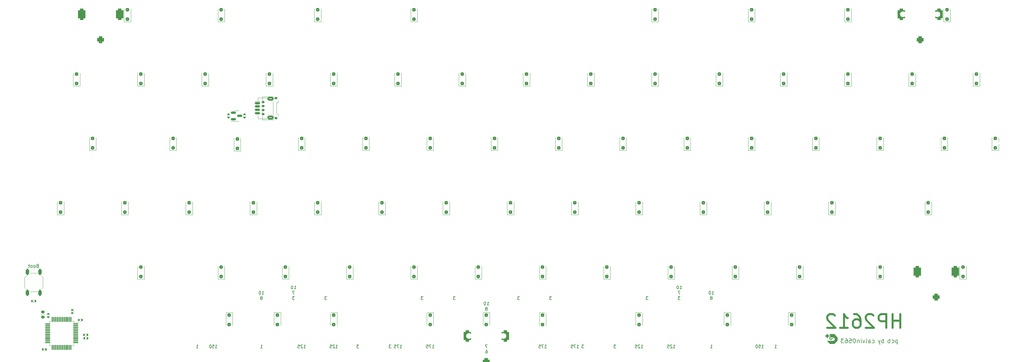
<source format=gbr>
%TF.GenerationSoftware,KiCad,Pcbnew,(7.0.0)*%
%TF.CreationDate,2024-01-04T19:09:41+01:00*%
%TF.ProjectId,HP 2621,48502032-3632-4312-9e6b-696361645f70,rev?*%
%TF.SameCoordinates,Original*%
%TF.FileFunction,Legend,Bot*%
%TF.FilePolarity,Positive*%
%FSLAX46Y46*%
G04 Gerber Fmt 4.6, Leading zero omitted, Abs format (unit mm)*
G04 Created by KiCad (PCBNEW (7.0.0)) date 2024-01-04 19:09:41*
%MOMM*%
%LPD*%
G01*
G04 APERTURE LIST*
G04 Aperture macros list*
%AMRoundRect*
0 Rectangle with rounded corners*
0 $1 Rounding radius*
0 $2 $3 $4 $5 $6 $7 $8 $9 X,Y pos of 4 corners*
0 Add a 4 corners polygon primitive as box body*
4,1,4,$2,$3,$4,$5,$6,$7,$8,$9,$2,$3,0*
0 Add four circle primitives for the rounded corners*
1,1,$1+$1,$2,$3*
1,1,$1+$1,$4,$5*
1,1,$1+$1,$6,$7*
1,1,$1+$1,$8,$9*
0 Add four rect primitives between the rounded corners*
20,1,$1+$1,$2,$3,$4,$5,0*
20,1,$1+$1,$4,$5,$6,$7,0*
20,1,$1+$1,$6,$7,$8,$9,0*
20,1,$1+$1,$8,$9,$2,$3,0*%
%AMHorizOval*
0 Thick line with rounded ends*
0 $1 width*
0 $2 $3 position (X,Y) of the first rounded end (center of the circle)*
0 $4 $5 position (X,Y) of the second rounded end (center of the circle)*
0 Add line between two ends*
20,1,$1,$2,$3,$4,$5,0*
0 Add two circle primitives to create the rounded ends*
1,1,$1,$2,$3*
1,1,$1,$4,$5*%
G04 Aperture macros list end*
%ADD10C,0.150000*%
%ADD11C,0.600000*%
%ADD12C,0.120000*%
%ADD13C,1.750000*%
%ADD14C,3.987800*%
%ADD15C,2.300000*%
%ADD16HorizOval,2.300000X-0.655144X-0.730170X0.655144X0.730170X0*%
%ADD17HorizOval,2.300000X0.019758X0.289827X-0.019758X-0.289827X0*%
%ADD18C,3.048000*%
%ADD19C,2.000000*%
%ADD20RoundRect,0.500000X0.500000X-0.500000X0.500000X0.500000X-0.500000X0.500000X-0.500000X-0.500000X0*%
%ADD21RoundRect,0.550000X0.550000X-1.150000X0.550000X1.150000X-0.550000X1.150000X-0.550000X-1.150000X0*%
%ADD22RoundRect,0.150000X-0.625000X0.150000X-0.625000X-0.150000X0.625000X-0.150000X0.625000X0.150000X0*%
%ADD23RoundRect,0.250000X-0.650000X0.350000X-0.650000X-0.350000X0.650000X-0.350000X0.650000X0.350000X0*%
%ADD24RoundRect,0.250000X0.300000X-0.300000X0.300000X0.300000X-0.300000X0.300000X-0.300000X-0.300000X0*%
%ADD25RoundRect,0.075000X0.662500X0.075000X-0.662500X0.075000X-0.662500X-0.075000X0.662500X-0.075000X0*%
%ADD26RoundRect,0.075000X0.075000X0.662500X-0.075000X0.662500X-0.075000X-0.662500X0.075000X-0.662500X0*%
%ADD27RoundRect,0.140000X0.170000X-0.140000X0.170000X0.140000X-0.170000X0.140000X-0.170000X-0.140000X0*%
%ADD28RoundRect,0.140000X-0.140000X-0.170000X0.140000X-0.170000X0.140000X0.170000X-0.140000X0.170000X0*%
%ADD29RoundRect,0.250000X-0.300000X0.300000X-0.300000X-0.300000X0.300000X-0.300000X0.300000X0.300000X0*%
%ADD30RoundRect,0.140000X0.140000X0.170000X-0.140000X0.170000X-0.140000X-0.170000X0.140000X-0.170000X0*%
%ADD31RoundRect,0.140000X-0.170000X0.140000X-0.170000X-0.140000X0.170000X-0.140000X0.170000X0.140000X0*%
%ADD32RoundRect,0.275000X0.275000X-0.625000X0.275000X0.625000X-0.275000X0.625000X-0.275000X-0.625000X0*%
%ADD33RoundRect,0.150000X-0.587500X-0.150000X0.587500X-0.150000X0.587500X0.150000X-0.587500X0.150000X0*%
%ADD34RoundRect,0.225000X0.250000X-0.225000X0.250000X0.225000X-0.250000X0.225000X-0.250000X-0.225000X0*%
%ADD35RoundRect,0.150000X-0.275000X0.150000X-0.275000X-0.150000X0.275000X-0.150000X0.275000X0.150000X0*%
%ADD36RoundRect,0.175000X-0.225000X0.175000X-0.225000X-0.175000X0.225000X-0.175000X0.225000X0.175000X0*%
%ADD37RoundRect,0.135000X-0.135000X-0.185000X0.135000X-0.185000X0.135000X0.185000X-0.135000X0.185000X0*%
G04 APERTURE END LIST*
D10*
X159843749Y-108968142D02*
X159286606Y-108968142D01*
X159286606Y-108968142D02*
X159586606Y-109311000D01*
X159586606Y-109311000D02*
X159458035Y-109311000D01*
X159458035Y-109311000D02*
X159372321Y-109353857D01*
X159372321Y-109353857D02*
X159329463Y-109396714D01*
X159329463Y-109396714D02*
X159286606Y-109482428D01*
X159286606Y-109482428D02*
X159286606Y-109696714D01*
X159286606Y-109696714D02*
X159329463Y-109782428D01*
X159329463Y-109782428D02*
X159372321Y-109825285D01*
X159372321Y-109825285D02*
X159458035Y-109868142D01*
X159458035Y-109868142D02*
X159715178Y-109868142D01*
X159715178Y-109868142D02*
X159800892Y-109825285D01*
X159800892Y-109825285D02*
X159843749Y-109782428D01*
X124424999Y-124155642D02*
X124939285Y-124155642D01*
X124682142Y-124155642D02*
X124682142Y-123255642D01*
X124682142Y-123255642D02*
X124767856Y-123384214D01*
X124767856Y-123384214D02*
X124853571Y-123469928D01*
X124853571Y-123469928D02*
X124939285Y-123512785D01*
X124124999Y-123255642D02*
X123524999Y-123255642D01*
X123524999Y-123255642D02*
X123910713Y-124155642D01*
X122753570Y-123255642D02*
X123182142Y-123255642D01*
X123182142Y-123255642D02*
X123224999Y-123684214D01*
X123224999Y-123684214D02*
X123182142Y-123641357D01*
X123182142Y-123641357D02*
X123096428Y-123598500D01*
X123096428Y-123598500D02*
X122882142Y-123598500D01*
X122882142Y-123598500D02*
X122796428Y-123641357D01*
X122796428Y-123641357D02*
X122753570Y-123684214D01*
X122753570Y-123684214D02*
X122710713Y-123769928D01*
X122710713Y-123769928D02*
X122710713Y-123984214D01*
X122710713Y-123984214D02*
X122753570Y-124069928D01*
X122753570Y-124069928D02*
X122796428Y-124112785D01*
X122796428Y-124112785D02*
X122882142Y-124155642D01*
X122882142Y-124155642D02*
X123096428Y-124155642D01*
X123096428Y-124155642D02*
X123182142Y-124112785D01*
X123182142Y-124112785D02*
X123224999Y-124069928D01*
X235486606Y-124155642D02*
X236000892Y-124155642D01*
X235743749Y-124155642D02*
X235743749Y-123255642D01*
X235743749Y-123255642D02*
X235829463Y-123384214D01*
X235829463Y-123384214D02*
X235915178Y-123469928D01*
X235915178Y-123469928D02*
X236000892Y-123512785D01*
X271834522Y-121863392D02*
X271834522Y-123113392D01*
X271834522Y-121922916D02*
X271715475Y-121863392D01*
X271715475Y-121863392D02*
X271477380Y-121863392D01*
X271477380Y-121863392D02*
X271358332Y-121922916D01*
X271358332Y-121922916D02*
X271298808Y-121982440D01*
X271298808Y-121982440D02*
X271239284Y-122101488D01*
X271239284Y-122101488D02*
X271239284Y-122458630D01*
X271239284Y-122458630D02*
X271298808Y-122577678D01*
X271298808Y-122577678D02*
X271358332Y-122637202D01*
X271358332Y-122637202D02*
X271477380Y-122696726D01*
X271477380Y-122696726D02*
X271715475Y-122696726D01*
X271715475Y-122696726D02*
X271834522Y-122637202D01*
X270167856Y-122637202D02*
X270286904Y-122696726D01*
X270286904Y-122696726D02*
X270524999Y-122696726D01*
X270524999Y-122696726D02*
X270644047Y-122637202D01*
X270644047Y-122637202D02*
X270703570Y-122577678D01*
X270703570Y-122577678D02*
X270763094Y-122458630D01*
X270763094Y-122458630D02*
X270763094Y-122101488D01*
X270763094Y-122101488D02*
X270703570Y-121982440D01*
X270703570Y-121982440D02*
X270644047Y-121922916D01*
X270644047Y-121922916D02*
X270524999Y-121863392D01*
X270524999Y-121863392D02*
X270286904Y-121863392D01*
X270286904Y-121863392D02*
X270167856Y-121922916D01*
X269632141Y-122696726D02*
X269632141Y-121446726D01*
X269632141Y-121922916D02*
X269513094Y-121863392D01*
X269513094Y-121863392D02*
X269274999Y-121863392D01*
X269274999Y-121863392D02*
X269155951Y-121922916D01*
X269155951Y-121922916D02*
X269096427Y-121982440D01*
X269096427Y-121982440D02*
X269036903Y-122101488D01*
X269036903Y-122101488D02*
X269036903Y-122458630D01*
X269036903Y-122458630D02*
X269096427Y-122577678D01*
X269096427Y-122577678D02*
X269155951Y-122637202D01*
X269155951Y-122637202D02*
X269274999Y-122696726D01*
X269274999Y-122696726D02*
X269513094Y-122696726D01*
X269513094Y-122696726D02*
X269632141Y-122637202D01*
X267751189Y-122696726D02*
X267751189Y-121446726D01*
X267751189Y-121922916D02*
X267632142Y-121863392D01*
X267632142Y-121863392D02*
X267394047Y-121863392D01*
X267394047Y-121863392D02*
X267274999Y-121922916D01*
X267274999Y-121922916D02*
X267215475Y-121982440D01*
X267215475Y-121982440D02*
X267155951Y-122101488D01*
X267155951Y-122101488D02*
X267155951Y-122458630D01*
X267155951Y-122458630D02*
X267215475Y-122577678D01*
X267215475Y-122577678D02*
X267274999Y-122637202D01*
X267274999Y-122637202D02*
X267394047Y-122696726D01*
X267394047Y-122696726D02*
X267632142Y-122696726D01*
X267632142Y-122696726D02*
X267751189Y-122637202D01*
X266739285Y-121863392D02*
X266441666Y-122696726D01*
X266144047Y-121863392D02*
X266441666Y-122696726D01*
X266441666Y-122696726D02*
X266560714Y-122994345D01*
X266560714Y-122994345D02*
X266620237Y-123053869D01*
X266620237Y-123053869D02*
X266739285Y-123113392D01*
X264382142Y-122637202D02*
X264501190Y-122696726D01*
X264501190Y-122696726D02*
X264739285Y-122696726D01*
X264739285Y-122696726D02*
X264858333Y-122637202D01*
X264858333Y-122637202D02*
X264917856Y-122577678D01*
X264917856Y-122577678D02*
X264977380Y-122458630D01*
X264977380Y-122458630D02*
X264977380Y-122101488D01*
X264977380Y-122101488D02*
X264917856Y-121982440D01*
X264917856Y-121982440D02*
X264858333Y-121922916D01*
X264858333Y-121922916D02*
X264739285Y-121863392D01*
X264739285Y-121863392D02*
X264501190Y-121863392D01*
X264501190Y-121863392D02*
X264382142Y-121922916D01*
X263310713Y-122696726D02*
X263310713Y-122041964D01*
X263310713Y-122041964D02*
X263370237Y-121922916D01*
X263370237Y-121922916D02*
X263489285Y-121863392D01*
X263489285Y-121863392D02*
X263727380Y-121863392D01*
X263727380Y-121863392D02*
X263846427Y-121922916D01*
X263310713Y-122637202D02*
X263429761Y-122696726D01*
X263429761Y-122696726D02*
X263727380Y-122696726D01*
X263727380Y-122696726D02*
X263846427Y-122637202D01*
X263846427Y-122637202D02*
X263905951Y-122518154D01*
X263905951Y-122518154D02*
X263905951Y-122399107D01*
X263905951Y-122399107D02*
X263846427Y-122280059D01*
X263846427Y-122280059D02*
X263727380Y-122220535D01*
X263727380Y-122220535D02*
X263429761Y-122220535D01*
X263429761Y-122220535D02*
X263310713Y-122161011D01*
X262536904Y-122696726D02*
X262655952Y-122637202D01*
X262655952Y-122637202D02*
X262715475Y-122518154D01*
X262715475Y-122518154D02*
X262715475Y-121446726D01*
X262179761Y-121863392D02*
X261882142Y-122696726D01*
X261882142Y-122696726D02*
X261584523Y-121863392D01*
X261108332Y-122696726D02*
X261108332Y-121863392D01*
X261108332Y-121446726D02*
X261167856Y-121506250D01*
X261167856Y-121506250D02*
X261108332Y-121565773D01*
X261108332Y-121565773D02*
X261048809Y-121506250D01*
X261048809Y-121506250D02*
X261108332Y-121446726D01*
X261108332Y-121446726D02*
X261108332Y-121565773D01*
X260513094Y-121863392D02*
X260513094Y-122696726D01*
X260513094Y-121982440D02*
X260453571Y-121922916D01*
X260453571Y-121922916D02*
X260334523Y-121863392D01*
X260334523Y-121863392D02*
X260155952Y-121863392D01*
X260155952Y-121863392D02*
X260036904Y-121922916D01*
X260036904Y-121922916D02*
X259977380Y-122041964D01*
X259977380Y-122041964D02*
X259977380Y-122696726D01*
X259144047Y-121446726D02*
X259025000Y-121446726D01*
X259025000Y-121446726D02*
X258905952Y-121506250D01*
X258905952Y-121506250D02*
X258846428Y-121565773D01*
X258846428Y-121565773D02*
X258786904Y-121684821D01*
X258786904Y-121684821D02*
X258727381Y-121922916D01*
X258727381Y-121922916D02*
X258727381Y-122220535D01*
X258727381Y-122220535D02*
X258786904Y-122458630D01*
X258786904Y-122458630D02*
X258846428Y-122577678D01*
X258846428Y-122577678D02*
X258905952Y-122637202D01*
X258905952Y-122637202D02*
X259025000Y-122696726D01*
X259025000Y-122696726D02*
X259144047Y-122696726D01*
X259144047Y-122696726D02*
X259263095Y-122637202D01*
X259263095Y-122637202D02*
X259322619Y-122577678D01*
X259322619Y-122577678D02*
X259382142Y-122458630D01*
X259382142Y-122458630D02*
X259441666Y-122220535D01*
X259441666Y-122220535D02*
X259441666Y-121922916D01*
X259441666Y-121922916D02*
X259382142Y-121684821D01*
X259382142Y-121684821D02*
X259322619Y-121565773D01*
X259322619Y-121565773D02*
X259263095Y-121506250D01*
X259263095Y-121506250D02*
X259144047Y-121446726D01*
X257596428Y-121446726D02*
X258191666Y-121446726D01*
X258191666Y-121446726D02*
X258251190Y-122041964D01*
X258251190Y-122041964D02*
X258191666Y-121982440D01*
X258191666Y-121982440D02*
X258072619Y-121922916D01*
X258072619Y-121922916D02*
X257775000Y-121922916D01*
X257775000Y-121922916D02*
X257655952Y-121982440D01*
X257655952Y-121982440D02*
X257596428Y-122041964D01*
X257596428Y-122041964D02*
X257536905Y-122161011D01*
X257536905Y-122161011D02*
X257536905Y-122458630D01*
X257536905Y-122458630D02*
X257596428Y-122577678D01*
X257596428Y-122577678D02*
X257655952Y-122637202D01*
X257655952Y-122637202D02*
X257775000Y-122696726D01*
X257775000Y-122696726D02*
X258072619Y-122696726D01*
X258072619Y-122696726D02*
X258191666Y-122637202D01*
X258191666Y-122637202D02*
X258251190Y-122577678D01*
X256465476Y-121446726D02*
X256703571Y-121446726D01*
X256703571Y-121446726D02*
X256822619Y-121506250D01*
X256822619Y-121506250D02*
X256882143Y-121565773D01*
X256882143Y-121565773D02*
X257001190Y-121744345D01*
X257001190Y-121744345D02*
X257060714Y-121982440D01*
X257060714Y-121982440D02*
X257060714Y-122458630D01*
X257060714Y-122458630D02*
X257001190Y-122577678D01*
X257001190Y-122577678D02*
X256941667Y-122637202D01*
X256941667Y-122637202D02*
X256822619Y-122696726D01*
X256822619Y-122696726D02*
X256584524Y-122696726D01*
X256584524Y-122696726D02*
X256465476Y-122637202D01*
X256465476Y-122637202D02*
X256405952Y-122577678D01*
X256405952Y-122577678D02*
X256346429Y-122458630D01*
X256346429Y-122458630D02*
X256346429Y-122161011D01*
X256346429Y-122161011D02*
X256405952Y-122041964D01*
X256405952Y-122041964D02*
X256465476Y-121982440D01*
X256465476Y-121982440D02*
X256584524Y-121922916D01*
X256584524Y-121922916D02*
X256822619Y-121922916D01*
X256822619Y-121922916D02*
X256941667Y-121982440D01*
X256941667Y-121982440D02*
X257001190Y-122041964D01*
X257001190Y-122041964D02*
X257060714Y-122161011D01*
X255929762Y-121446726D02*
X255155953Y-121446726D01*
X255155953Y-121446726D02*
X255572619Y-121922916D01*
X255572619Y-121922916D02*
X255394048Y-121922916D01*
X255394048Y-121922916D02*
X255275000Y-121982440D01*
X255275000Y-121982440D02*
X255215476Y-122041964D01*
X255215476Y-122041964D02*
X255155953Y-122161011D01*
X255155953Y-122161011D02*
X255155953Y-122458630D01*
X255155953Y-122458630D02*
X255215476Y-122577678D01*
X255215476Y-122577678D02*
X255275000Y-122637202D01*
X255275000Y-122637202D02*
X255394048Y-122696726D01*
X255394048Y-122696726D02*
X255751191Y-122696726D01*
X255751191Y-122696726D02*
X255870238Y-122637202D01*
X255870238Y-122637202D02*
X255929762Y-122577678D01*
X149863862Y-124816847D02*
X150035290Y-124816847D01*
X150035290Y-124816847D02*
X150121004Y-124859705D01*
X150121004Y-124859705D02*
X150163862Y-124902562D01*
X150163862Y-124902562D02*
X150249576Y-125031133D01*
X150249576Y-125031133D02*
X150292433Y-125202562D01*
X150292433Y-125202562D02*
X150292433Y-125545419D01*
X150292433Y-125545419D02*
X150249576Y-125631133D01*
X150249576Y-125631133D02*
X150206719Y-125673990D01*
X150206719Y-125673990D02*
X150121004Y-125716847D01*
X150121004Y-125716847D02*
X149949576Y-125716847D01*
X149949576Y-125716847D02*
X149863862Y-125673990D01*
X149863862Y-125673990D02*
X149821004Y-125631133D01*
X149821004Y-125631133D02*
X149778147Y-125545419D01*
X149778147Y-125545419D02*
X149778147Y-125331133D01*
X149778147Y-125331133D02*
X149821004Y-125245419D01*
X149821004Y-125245419D02*
X149863862Y-125202562D01*
X149863862Y-125202562D02*
X149949576Y-125159705D01*
X149949576Y-125159705D02*
X150121004Y-125159705D01*
X150121004Y-125159705D02*
X150206719Y-125202562D01*
X150206719Y-125202562D02*
X150249576Y-125245419D01*
X150249576Y-125245419D02*
X150292433Y-125331133D01*
X216436606Y-124155642D02*
X216950892Y-124155642D01*
X216693749Y-124155642D02*
X216693749Y-123255642D01*
X216693749Y-123255642D02*
X216779463Y-123384214D01*
X216779463Y-123384214D02*
X216865178Y-123469928D01*
X216865178Y-123469928D02*
X216950892Y-123512785D01*
X105374999Y-124155642D02*
X105889285Y-124155642D01*
X105632142Y-124155642D02*
X105632142Y-123255642D01*
X105632142Y-123255642D02*
X105717856Y-123384214D01*
X105717856Y-123384214D02*
X105803571Y-123469928D01*
X105803571Y-123469928D02*
X105889285Y-123512785D01*
X105032142Y-123341357D02*
X104989285Y-123298500D01*
X104989285Y-123298500D02*
X104903571Y-123255642D01*
X104903571Y-123255642D02*
X104689285Y-123255642D01*
X104689285Y-123255642D02*
X104603571Y-123298500D01*
X104603571Y-123298500D02*
X104560713Y-123341357D01*
X104560713Y-123341357D02*
X104517856Y-123427071D01*
X104517856Y-123427071D02*
X104517856Y-123512785D01*
X104517856Y-123512785D02*
X104560713Y-123641357D01*
X104560713Y-123641357D02*
X105074999Y-124155642D01*
X105074999Y-124155642D02*
X104517856Y-124155642D01*
X103703570Y-123255642D02*
X104132142Y-123255642D01*
X104132142Y-123255642D02*
X104174999Y-123684214D01*
X104174999Y-123684214D02*
X104132142Y-123641357D01*
X104132142Y-123641357D02*
X104046428Y-123598500D01*
X104046428Y-123598500D02*
X103832142Y-123598500D01*
X103832142Y-123598500D02*
X103746428Y-123641357D01*
X103746428Y-123641357D02*
X103703570Y-123684214D01*
X103703570Y-123684214D02*
X103660713Y-123769928D01*
X103660713Y-123769928D02*
X103660713Y-123984214D01*
X103660713Y-123984214D02*
X103703570Y-124069928D01*
X103703570Y-124069928D02*
X103746428Y-124112785D01*
X103746428Y-124112785D02*
X103832142Y-124155642D01*
X103832142Y-124155642D02*
X104046428Y-124155642D01*
X104046428Y-124155642D02*
X104132142Y-124112785D01*
X104132142Y-124112785D02*
X104174999Y-124069928D01*
X150318749Y-123255642D02*
X149718749Y-123255642D01*
X149718749Y-123255642D02*
X150104463Y-124155642D01*
X167287499Y-124155642D02*
X167801785Y-124155642D01*
X167544642Y-124155642D02*
X167544642Y-123255642D01*
X167544642Y-123255642D02*
X167630356Y-123384214D01*
X167630356Y-123384214D02*
X167716071Y-123469928D01*
X167716071Y-123469928D02*
X167801785Y-123512785D01*
X166987499Y-123255642D02*
X166387499Y-123255642D01*
X166387499Y-123255642D02*
X166773213Y-124155642D01*
X165616070Y-123255642D02*
X166044642Y-123255642D01*
X166044642Y-123255642D02*
X166087499Y-123684214D01*
X166087499Y-123684214D02*
X166044642Y-123641357D01*
X166044642Y-123641357D02*
X165958928Y-123598500D01*
X165958928Y-123598500D02*
X165744642Y-123598500D01*
X165744642Y-123598500D02*
X165658928Y-123641357D01*
X165658928Y-123641357D02*
X165616070Y-123684214D01*
X165616070Y-123684214D02*
X165573213Y-123769928D01*
X165573213Y-123769928D02*
X165573213Y-123984214D01*
X165573213Y-123984214D02*
X165616070Y-124069928D01*
X165616070Y-124069928D02*
X165658928Y-124112785D01*
X165658928Y-124112785D02*
X165744642Y-124155642D01*
X165744642Y-124155642D02*
X165958928Y-124155642D01*
X165958928Y-124155642D02*
X166044642Y-124112785D01*
X166044642Y-124112785D02*
X166087499Y-124069928D01*
X169368749Y-108968142D02*
X168811606Y-108968142D01*
X168811606Y-108968142D02*
X169111606Y-109311000D01*
X169111606Y-109311000D02*
X168983035Y-109311000D01*
X168983035Y-109311000D02*
X168897321Y-109353857D01*
X168897321Y-109353857D02*
X168854463Y-109396714D01*
X168854463Y-109396714D02*
X168811606Y-109482428D01*
X168811606Y-109482428D02*
X168811606Y-109696714D01*
X168811606Y-109696714D02*
X168854463Y-109782428D01*
X168854463Y-109782428D02*
X168897321Y-109825285D01*
X168897321Y-109825285D02*
X168983035Y-109868142D01*
X168983035Y-109868142D02*
X169240178Y-109868142D01*
X169240178Y-109868142D02*
X169325892Y-109825285D01*
X169325892Y-109825285D02*
X169368749Y-109782428D01*
X150190178Y-111455642D02*
X150704464Y-111455642D01*
X150447321Y-111455642D02*
X150447321Y-110555642D01*
X150447321Y-110555642D02*
X150533035Y-110684214D01*
X150533035Y-110684214D02*
X150618750Y-110769928D01*
X150618750Y-110769928D02*
X150704464Y-110812785D01*
X149633035Y-110555642D02*
X149547321Y-110555642D01*
X149547321Y-110555642D02*
X149461607Y-110598500D01*
X149461607Y-110598500D02*
X149418750Y-110641357D01*
X149418750Y-110641357D02*
X149375892Y-110727071D01*
X149375892Y-110727071D02*
X149333035Y-110898500D01*
X149333035Y-110898500D02*
X149333035Y-111112785D01*
X149333035Y-111112785D02*
X149375892Y-111284214D01*
X149375892Y-111284214D02*
X149418750Y-111369928D01*
X149418750Y-111369928D02*
X149461607Y-111412785D01*
X149461607Y-111412785D02*
X149547321Y-111455642D01*
X149547321Y-111455642D02*
X149633035Y-111455642D01*
X149633035Y-111455642D02*
X149718750Y-111412785D01*
X149718750Y-111412785D02*
X149761607Y-111369928D01*
X149761607Y-111369928D02*
X149804464Y-111284214D01*
X149804464Y-111284214D02*
X149847321Y-111112785D01*
X149847321Y-111112785D02*
X149847321Y-110898500D01*
X149847321Y-110898500D02*
X149804464Y-110727071D01*
X149804464Y-110727071D02*
X149761607Y-110641357D01*
X149761607Y-110641357D02*
X149718750Y-110598500D01*
X149718750Y-110598500D02*
X149633035Y-110555642D01*
X216779463Y-109353857D02*
X216865178Y-109311000D01*
X216865178Y-109311000D02*
X216908035Y-109268142D01*
X216908035Y-109268142D02*
X216950892Y-109182428D01*
X216950892Y-109182428D02*
X216950892Y-109139571D01*
X216950892Y-109139571D02*
X216908035Y-109053857D01*
X216908035Y-109053857D02*
X216865178Y-109011000D01*
X216865178Y-109011000D02*
X216779463Y-108968142D01*
X216779463Y-108968142D02*
X216608035Y-108968142D01*
X216608035Y-108968142D02*
X216522321Y-109011000D01*
X216522321Y-109011000D02*
X216479463Y-109053857D01*
X216479463Y-109053857D02*
X216436606Y-109139571D01*
X216436606Y-109139571D02*
X216436606Y-109182428D01*
X216436606Y-109182428D02*
X216479463Y-109268142D01*
X216479463Y-109268142D02*
X216522321Y-109311000D01*
X216522321Y-109311000D02*
X216608035Y-109353857D01*
X216608035Y-109353857D02*
X216779463Y-109353857D01*
X216779463Y-109353857D02*
X216865178Y-109396714D01*
X216865178Y-109396714D02*
X216908035Y-109439571D01*
X216908035Y-109439571D02*
X216950892Y-109525285D01*
X216950892Y-109525285D02*
X216950892Y-109696714D01*
X216950892Y-109696714D02*
X216908035Y-109782428D01*
X216908035Y-109782428D02*
X216865178Y-109825285D01*
X216865178Y-109825285D02*
X216779463Y-109868142D01*
X216779463Y-109868142D02*
X216608035Y-109868142D01*
X216608035Y-109868142D02*
X216522321Y-109825285D01*
X216522321Y-109825285D02*
X216479463Y-109782428D01*
X216479463Y-109782428D02*
X216436606Y-109696714D01*
X216436606Y-109696714D02*
X216436606Y-109525285D01*
X216436606Y-109525285D02*
X216479463Y-109439571D01*
X216479463Y-109439571D02*
X216522321Y-109396714D01*
X216522321Y-109396714D02*
X216608035Y-109353857D01*
X112218749Y-123255642D02*
X111661606Y-123255642D01*
X111661606Y-123255642D02*
X111961606Y-123598500D01*
X111961606Y-123598500D02*
X111833035Y-123598500D01*
X111833035Y-123598500D02*
X111747321Y-123641357D01*
X111747321Y-123641357D02*
X111704463Y-123684214D01*
X111704463Y-123684214D02*
X111661606Y-123769928D01*
X111661606Y-123769928D02*
X111661606Y-123984214D01*
X111661606Y-123984214D02*
X111704463Y-124069928D01*
X111704463Y-124069928D02*
X111747321Y-124112785D01*
X111747321Y-124112785D02*
X111833035Y-124155642D01*
X111833035Y-124155642D02*
X112090178Y-124155642D01*
X112090178Y-124155642D02*
X112175892Y-124112785D01*
X112175892Y-124112785D02*
X112218749Y-124069928D01*
X140793749Y-108968142D02*
X140236606Y-108968142D01*
X140236606Y-108968142D02*
X140536606Y-109311000D01*
X140536606Y-109311000D02*
X140408035Y-109311000D01*
X140408035Y-109311000D02*
X140322321Y-109353857D01*
X140322321Y-109353857D02*
X140279463Y-109396714D01*
X140279463Y-109396714D02*
X140236606Y-109482428D01*
X140236606Y-109482428D02*
X140236606Y-109696714D01*
X140236606Y-109696714D02*
X140279463Y-109782428D01*
X140279463Y-109782428D02*
X140322321Y-109825285D01*
X140322321Y-109825285D02*
X140408035Y-109868142D01*
X140408035Y-109868142D02*
X140665178Y-109868142D01*
X140665178Y-109868142D02*
X140750892Y-109825285D01*
X140750892Y-109825285D02*
X140793749Y-109782428D01*
X188418749Y-123255642D02*
X187861606Y-123255642D01*
X187861606Y-123255642D02*
X188161606Y-123598500D01*
X188161606Y-123598500D02*
X188033035Y-123598500D01*
X188033035Y-123598500D02*
X187947321Y-123641357D01*
X187947321Y-123641357D02*
X187904463Y-123684214D01*
X187904463Y-123684214D02*
X187861606Y-123769928D01*
X187861606Y-123769928D02*
X187861606Y-123984214D01*
X187861606Y-123984214D02*
X187904463Y-124069928D01*
X187904463Y-124069928D02*
X187947321Y-124112785D01*
X187947321Y-124112785D02*
X188033035Y-124155642D01*
X188033035Y-124155642D02*
X188290178Y-124155642D01*
X188290178Y-124155642D02*
X188375892Y-124112785D01*
X188375892Y-124112785D02*
X188418749Y-124069928D01*
X205387499Y-124155642D02*
X205901785Y-124155642D01*
X205644642Y-124155642D02*
X205644642Y-123255642D01*
X205644642Y-123255642D02*
X205730356Y-123384214D01*
X205730356Y-123384214D02*
X205816071Y-123469928D01*
X205816071Y-123469928D02*
X205901785Y-123512785D01*
X205044642Y-123341357D02*
X205001785Y-123298500D01*
X205001785Y-123298500D02*
X204916071Y-123255642D01*
X204916071Y-123255642D02*
X204701785Y-123255642D01*
X204701785Y-123255642D02*
X204616071Y-123298500D01*
X204616071Y-123298500D02*
X204573213Y-123341357D01*
X204573213Y-123341357D02*
X204530356Y-123427071D01*
X204530356Y-123427071D02*
X204530356Y-123512785D01*
X204530356Y-123512785D02*
X204573213Y-123641357D01*
X204573213Y-123641357D02*
X205087499Y-124155642D01*
X205087499Y-124155642D02*
X204530356Y-124155642D01*
X203716070Y-123255642D02*
X204144642Y-123255642D01*
X204144642Y-123255642D02*
X204187499Y-123684214D01*
X204187499Y-123684214D02*
X204144642Y-123641357D01*
X204144642Y-123641357D02*
X204058928Y-123598500D01*
X204058928Y-123598500D02*
X203844642Y-123598500D01*
X203844642Y-123598500D02*
X203758928Y-123641357D01*
X203758928Y-123641357D02*
X203716070Y-123684214D01*
X203716070Y-123684214D02*
X203673213Y-123769928D01*
X203673213Y-123769928D02*
X203673213Y-123984214D01*
X203673213Y-123984214D02*
X203716070Y-124069928D01*
X203716070Y-124069928D02*
X203758928Y-124112785D01*
X203758928Y-124112785D02*
X203844642Y-124155642D01*
X203844642Y-124155642D02*
X204058928Y-124155642D01*
X204058928Y-124155642D02*
X204144642Y-124112785D01*
X204144642Y-124112785D02*
X204187499Y-124069928D01*
D11*
X272699405Y-118150773D02*
X272699405Y-114150773D01*
X272699405Y-116055535D02*
X270413690Y-116055535D01*
X270413690Y-118150773D02*
X270413690Y-114150773D01*
X268508929Y-118150773D02*
X268508929Y-114150773D01*
X268508929Y-114150773D02*
X266985119Y-114150773D01*
X266985119Y-114150773D02*
X266604167Y-114341250D01*
X266604167Y-114341250D02*
X266413690Y-114531726D01*
X266413690Y-114531726D02*
X266223214Y-114912678D01*
X266223214Y-114912678D02*
X266223214Y-115484107D01*
X266223214Y-115484107D02*
X266413690Y-115865059D01*
X266413690Y-115865059D02*
X266604167Y-116055535D01*
X266604167Y-116055535D02*
X266985119Y-116246011D01*
X266985119Y-116246011D02*
X268508929Y-116246011D01*
X264699405Y-114531726D02*
X264508929Y-114341250D01*
X264508929Y-114341250D02*
X264127976Y-114150773D01*
X264127976Y-114150773D02*
X263175595Y-114150773D01*
X263175595Y-114150773D02*
X262794643Y-114341250D01*
X262794643Y-114341250D02*
X262604167Y-114531726D01*
X262604167Y-114531726D02*
X262413690Y-114912678D01*
X262413690Y-114912678D02*
X262413690Y-115293630D01*
X262413690Y-115293630D02*
X262604167Y-115865059D01*
X262604167Y-115865059D02*
X264889881Y-118150773D01*
X264889881Y-118150773D02*
X262413690Y-118150773D01*
X258985119Y-114150773D02*
X259747024Y-114150773D01*
X259747024Y-114150773D02*
X260127976Y-114341250D01*
X260127976Y-114341250D02*
X260318452Y-114531726D01*
X260318452Y-114531726D02*
X260699405Y-115103154D01*
X260699405Y-115103154D02*
X260889881Y-115865059D01*
X260889881Y-115865059D02*
X260889881Y-117388869D01*
X260889881Y-117388869D02*
X260699405Y-117769821D01*
X260699405Y-117769821D02*
X260508928Y-117960297D01*
X260508928Y-117960297D02*
X260127976Y-118150773D01*
X260127976Y-118150773D02*
X259366071Y-118150773D01*
X259366071Y-118150773D02*
X258985119Y-117960297D01*
X258985119Y-117960297D02*
X258794643Y-117769821D01*
X258794643Y-117769821D02*
X258604166Y-117388869D01*
X258604166Y-117388869D02*
X258604166Y-116436488D01*
X258604166Y-116436488D02*
X258794643Y-116055535D01*
X258794643Y-116055535D02*
X258985119Y-115865059D01*
X258985119Y-115865059D02*
X259366071Y-115674583D01*
X259366071Y-115674583D02*
X260127976Y-115674583D01*
X260127976Y-115674583D02*
X260508928Y-115865059D01*
X260508928Y-115865059D02*
X260699405Y-116055535D01*
X260699405Y-116055535D02*
X260889881Y-116436488D01*
X254794642Y-118150773D02*
X257080357Y-118150773D01*
X255937500Y-118150773D02*
X255937500Y-114150773D01*
X255937500Y-114150773D02*
X256318452Y-114722202D01*
X256318452Y-114722202D02*
X256699404Y-115103154D01*
X256699404Y-115103154D02*
X257080357Y-115293630D01*
X253270833Y-114531726D02*
X253080357Y-114341250D01*
X253080357Y-114341250D02*
X252699404Y-114150773D01*
X252699404Y-114150773D02*
X251747023Y-114150773D01*
X251747023Y-114150773D02*
X251366071Y-114341250D01*
X251366071Y-114341250D02*
X251175595Y-114531726D01*
X251175595Y-114531726D02*
X250985118Y-114912678D01*
X250985118Y-114912678D02*
X250985118Y-115293630D01*
X250985118Y-115293630D02*
X251175595Y-115865059D01*
X251175595Y-115865059D02*
X253461309Y-118150773D01*
X253461309Y-118150773D02*
X250985118Y-118150773D01*
D10*
X83086606Y-124155642D02*
X83600892Y-124155642D01*
X83343749Y-124155642D02*
X83343749Y-123255642D01*
X83343749Y-123255642D02*
X83429463Y-123384214D01*
X83429463Y-123384214D02*
X83515178Y-123469928D01*
X83515178Y-123469928D02*
X83600892Y-123512785D01*
X150104463Y-112528857D02*
X150190178Y-112486000D01*
X150190178Y-112486000D02*
X150233035Y-112443142D01*
X150233035Y-112443142D02*
X150275892Y-112357428D01*
X150275892Y-112357428D02*
X150275892Y-112314571D01*
X150275892Y-112314571D02*
X150233035Y-112228857D01*
X150233035Y-112228857D02*
X150190178Y-112186000D01*
X150190178Y-112186000D02*
X150104463Y-112143142D01*
X150104463Y-112143142D02*
X149933035Y-112143142D01*
X149933035Y-112143142D02*
X149847321Y-112186000D01*
X149847321Y-112186000D02*
X149804463Y-112228857D01*
X149804463Y-112228857D02*
X149761606Y-112314571D01*
X149761606Y-112314571D02*
X149761606Y-112357428D01*
X149761606Y-112357428D02*
X149804463Y-112443142D01*
X149804463Y-112443142D02*
X149847321Y-112486000D01*
X149847321Y-112486000D02*
X149933035Y-112528857D01*
X149933035Y-112528857D02*
X150104463Y-112528857D01*
X150104463Y-112528857D02*
X150190178Y-112571714D01*
X150190178Y-112571714D02*
X150233035Y-112614571D01*
X150233035Y-112614571D02*
X150275892Y-112700285D01*
X150275892Y-112700285D02*
X150275892Y-112871714D01*
X150275892Y-112871714D02*
X150233035Y-112957428D01*
X150233035Y-112957428D02*
X150190178Y-113000285D01*
X150190178Y-113000285D02*
X150104463Y-113043142D01*
X150104463Y-113043142D02*
X149933035Y-113043142D01*
X149933035Y-113043142D02*
X149847321Y-113000285D01*
X149847321Y-113000285D02*
X149804463Y-112957428D01*
X149804463Y-112957428D02*
X149761606Y-112871714D01*
X149761606Y-112871714D02*
X149761606Y-112700285D01*
X149761606Y-112700285D02*
X149804463Y-112614571D01*
X149804463Y-112614571D02*
X149847321Y-112571714D01*
X149847321Y-112571714D02*
X149933035Y-112528857D01*
X207468749Y-108968142D02*
X206911606Y-108968142D01*
X206911606Y-108968142D02*
X207211606Y-109311000D01*
X207211606Y-109311000D02*
X207083035Y-109311000D01*
X207083035Y-109311000D02*
X206997321Y-109353857D01*
X206997321Y-109353857D02*
X206954463Y-109396714D01*
X206954463Y-109396714D02*
X206911606Y-109482428D01*
X206911606Y-109482428D02*
X206911606Y-109696714D01*
X206911606Y-109696714D02*
X206954463Y-109782428D01*
X206954463Y-109782428D02*
X206997321Y-109825285D01*
X206997321Y-109825285D02*
X207083035Y-109868142D01*
X207083035Y-109868142D02*
X207340178Y-109868142D01*
X207340178Y-109868142D02*
X207425892Y-109825285D01*
X207425892Y-109825285D02*
X207468749Y-109782428D01*
X121743749Y-123255642D02*
X121186606Y-123255642D01*
X121186606Y-123255642D02*
X121486606Y-123598500D01*
X121486606Y-123598500D02*
X121358035Y-123598500D01*
X121358035Y-123598500D02*
X121272321Y-123641357D01*
X121272321Y-123641357D02*
X121229463Y-123684214D01*
X121229463Y-123684214D02*
X121186606Y-123769928D01*
X121186606Y-123769928D02*
X121186606Y-123984214D01*
X121186606Y-123984214D02*
X121229463Y-124069928D01*
X121229463Y-124069928D02*
X121272321Y-124112785D01*
X121272321Y-124112785D02*
X121358035Y-124155642D01*
X121358035Y-124155642D02*
X121615178Y-124155642D01*
X121615178Y-124155642D02*
X121700892Y-124112785D01*
X121700892Y-124112785D02*
X121743749Y-124069928D01*
X83515178Y-108280642D02*
X84029464Y-108280642D01*
X83772321Y-108280642D02*
X83772321Y-107380642D01*
X83772321Y-107380642D02*
X83858035Y-107509214D01*
X83858035Y-107509214D02*
X83943750Y-107594928D01*
X83943750Y-107594928D02*
X84029464Y-107637785D01*
X82958035Y-107380642D02*
X82872321Y-107380642D01*
X82872321Y-107380642D02*
X82786607Y-107423500D01*
X82786607Y-107423500D02*
X82743750Y-107466357D01*
X82743750Y-107466357D02*
X82700892Y-107552071D01*
X82700892Y-107552071D02*
X82658035Y-107723500D01*
X82658035Y-107723500D02*
X82658035Y-107937785D01*
X82658035Y-107937785D02*
X82700892Y-108109214D01*
X82700892Y-108109214D02*
X82743750Y-108194928D01*
X82743750Y-108194928D02*
X82786607Y-108237785D01*
X82786607Y-108237785D02*
X82872321Y-108280642D01*
X82872321Y-108280642D02*
X82958035Y-108280642D01*
X82958035Y-108280642D02*
X83043750Y-108237785D01*
X83043750Y-108237785D02*
X83086607Y-108194928D01*
X83086607Y-108194928D02*
X83129464Y-108109214D01*
X83129464Y-108109214D02*
X83172321Y-107937785D01*
X83172321Y-107937785D02*
X83172321Y-107723500D01*
X83172321Y-107723500D02*
X83129464Y-107552071D01*
X83129464Y-107552071D02*
X83086607Y-107466357D01*
X83086607Y-107466357D02*
X83043750Y-107423500D01*
X83043750Y-107423500D02*
X82958035Y-107380642D01*
X93168749Y-107380642D02*
X92568749Y-107380642D01*
X92568749Y-107380642D02*
X92954463Y-108280642D01*
X176812499Y-124155642D02*
X177326785Y-124155642D01*
X177069642Y-124155642D02*
X177069642Y-123255642D01*
X177069642Y-123255642D02*
X177155356Y-123384214D01*
X177155356Y-123384214D02*
X177241071Y-123469928D01*
X177241071Y-123469928D02*
X177326785Y-123512785D01*
X176512499Y-123255642D02*
X175912499Y-123255642D01*
X175912499Y-123255642D02*
X176298213Y-124155642D01*
X175141070Y-123255642D02*
X175569642Y-123255642D01*
X175569642Y-123255642D02*
X175612499Y-123684214D01*
X175612499Y-123684214D02*
X175569642Y-123641357D01*
X175569642Y-123641357D02*
X175483928Y-123598500D01*
X175483928Y-123598500D02*
X175269642Y-123598500D01*
X175269642Y-123598500D02*
X175183928Y-123641357D01*
X175183928Y-123641357D02*
X175141070Y-123684214D01*
X175141070Y-123684214D02*
X175098213Y-123769928D01*
X175098213Y-123769928D02*
X175098213Y-123984214D01*
X175098213Y-123984214D02*
X175141070Y-124069928D01*
X175141070Y-124069928D02*
X175183928Y-124112785D01*
X175183928Y-124112785D02*
X175269642Y-124155642D01*
X175269642Y-124155642D02*
X175483928Y-124155642D01*
X175483928Y-124155642D02*
X175569642Y-124112785D01*
X175569642Y-124112785D02*
X175612499Y-124069928D01*
X178893749Y-123255642D02*
X178336606Y-123255642D01*
X178336606Y-123255642D02*
X178636606Y-123598500D01*
X178636606Y-123598500D02*
X178508035Y-123598500D01*
X178508035Y-123598500D02*
X178422321Y-123641357D01*
X178422321Y-123641357D02*
X178379463Y-123684214D01*
X178379463Y-123684214D02*
X178336606Y-123769928D01*
X178336606Y-123769928D02*
X178336606Y-123984214D01*
X178336606Y-123984214D02*
X178379463Y-124069928D01*
X178379463Y-124069928D02*
X178422321Y-124112785D01*
X178422321Y-124112785D02*
X178508035Y-124155642D01*
X178508035Y-124155642D02*
X178765178Y-124155642D01*
X178765178Y-124155642D02*
X178850892Y-124112785D01*
X178850892Y-124112785D02*
X178893749Y-124069928D01*
X131268749Y-108968142D02*
X130711606Y-108968142D01*
X130711606Y-108968142D02*
X131011606Y-109311000D01*
X131011606Y-109311000D02*
X130883035Y-109311000D01*
X130883035Y-109311000D02*
X130797321Y-109353857D01*
X130797321Y-109353857D02*
X130754463Y-109396714D01*
X130754463Y-109396714D02*
X130711606Y-109482428D01*
X130711606Y-109482428D02*
X130711606Y-109696714D01*
X130711606Y-109696714D02*
X130754463Y-109782428D01*
X130754463Y-109782428D02*
X130797321Y-109825285D01*
X130797321Y-109825285D02*
X130883035Y-109868142D01*
X130883035Y-109868142D02*
X131140178Y-109868142D01*
X131140178Y-109868142D02*
X131225892Y-109825285D01*
X131225892Y-109825285D02*
X131268749Y-109782428D01*
X216865178Y-108280642D02*
X217379464Y-108280642D01*
X217122321Y-108280642D02*
X217122321Y-107380642D01*
X217122321Y-107380642D02*
X217208035Y-107509214D01*
X217208035Y-107509214D02*
X217293750Y-107594928D01*
X217293750Y-107594928D02*
X217379464Y-107637785D01*
X216308035Y-107380642D02*
X216222321Y-107380642D01*
X216222321Y-107380642D02*
X216136607Y-107423500D01*
X216136607Y-107423500D02*
X216093750Y-107466357D01*
X216093750Y-107466357D02*
X216050892Y-107552071D01*
X216050892Y-107552071D02*
X216008035Y-107723500D01*
X216008035Y-107723500D02*
X216008035Y-107937785D01*
X216008035Y-107937785D02*
X216050892Y-108109214D01*
X216050892Y-108109214D02*
X216093750Y-108194928D01*
X216093750Y-108194928D02*
X216136607Y-108237785D01*
X216136607Y-108237785D02*
X216222321Y-108280642D01*
X216222321Y-108280642D02*
X216308035Y-108280642D01*
X216308035Y-108280642D02*
X216393750Y-108237785D01*
X216393750Y-108237785D02*
X216436607Y-108194928D01*
X216436607Y-108194928D02*
X216479464Y-108109214D01*
X216479464Y-108109214D02*
X216522321Y-107937785D01*
X216522321Y-107937785D02*
X216522321Y-107723500D01*
X216522321Y-107723500D02*
X216479464Y-107552071D01*
X216479464Y-107552071D02*
X216436607Y-107466357D01*
X216436607Y-107466357D02*
X216393750Y-107423500D01*
X216393750Y-107423500D02*
X216308035Y-107380642D01*
X102693749Y-108968142D02*
X102136606Y-108968142D01*
X102136606Y-108968142D02*
X102436606Y-109311000D01*
X102436606Y-109311000D02*
X102308035Y-109311000D01*
X102308035Y-109311000D02*
X102222321Y-109353857D01*
X102222321Y-109353857D02*
X102179463Y-109396714D01*
X102179463Y-109396714D02*
X102136606Y-109482428D01*
X102136606Y-109482428D02*
X102136606Y-109696714D01*
X102136606Y-109696714D02*
X102179463Y-109782428D01*
X102179463Y-109782428D02*
X102222321Y-109825285D01*
X102222321Y-109825285D02*
X102308035Y-109868142D01*
X102308035Y-109868142D02*
X102565178Y-109868142D01*
X102565178Y-109868142D02*
X102650892Y-109825285D01*
X102650892Y-109825285D02*
X102693749Y-109782428D01*
X93040178Y-106693142D02*
X93554464Y-106693142D01*
X93297321Y-106693142D02*
X93297321Y-105793142D01*
X93297321Y-105793142D02*
X93383035Y-105921714D01*
X93383035Y-105921714D02*
X93468750Y-106007428D01*
X93468750Y-106007428D02*
X93554464Y-106050285D01*
X92483035Y-105793142D02*
X92397321Y-105793142D01*
X92397321Y-105793142D02*
X92311607Y-105836000D01*
X92311607Y-105836000D02*
X92268750Y-105878857D01*
X92268750Y-105878857D02*
X92225892Y-105964571D01*
X92225892Y-105964571D02*
X92183035Y-106136000D01*
X92183035Y-106136000D02*
X92183035Y-106350285D01*
X92183035Y-106350285D02*
X92225892Y-106521714D01*
X92225892Y-106521714D02*
X92268750Y-106607428D01*
X92268750Y-106607428D02*
X92311607Y-106650285D01*
X92311607Y-106650285D02*
X92397321Y-106693142D01*
X92397321Y-106693142D02*
X92483035Y-106693142D01*
X92483035Y-106693142D02*
X92568750Y-106650285D01*
X92568750Y-106650285D02*
X92611607Y-106607428D01*
X92611607Y-106607428D02*
X92654464Y-106521714D01*
X92654464Y-106521714D02*
X92697321Y-106350285D01*
X92697321Y-106350285D02*
X92697321Y-106136000D01*
X92697321Y-106136000D02*
X92654464Y-105964571D01*
X92654464Y-105964571D02*
X92611607Y-105878857D01*
X92611607Y-105878857D02*
X92568750Y-105836000D01*
X92568750Y-105836000D02*
X92483035Y-105793142D01*
X64036606Y-124155642D02*
X64550892Y-124155642D01*
X64293749Y-124155642D02*
X64293749Y-123255642D01*
X64293749Y-123255642D02*
X64379463Y-123384214D01*
X64379463Y-123384214D02*
X64465178Y-123469928D01*
X64465178Y-123469928D02*
X64550892Y-123512785D01*
X207340178Y-106693142D02*
X207854464Y-106693142D01*
X207597321Y-106693142D02*
X207597321Y-105793142D01*
X207597321Y-105793142D02*
X207683035Y-105921714D01*
X207683035Y-105921714D02*
X207768750Y-106007428D01*
X207768750Y-106007428D02*
X207854464Y-106050285D01*
X206783035Y-105793142D02*
X206697321Y-105793142D01*
X206697321Y-105793142D02*
X206611607Y-105836000D01*
X206611607Y-105836000D02*
X206568750Y-105878857D01*
X206568750Y-105878857D02*
X206525892Y-105964571D01*
X206525892Y-105964571D02*
X206483035Y-106136000D01*
X206483035Y-106136000D02*
X206483035Y-106350285D01*
X206483035Y-106350285D02*
X206525892Y-106521714D01*
X206525892Y-106521714D02*
X206568750Y-106607428D01*
X206568750Y-106607428D02*
X206611607Y-106650285D01*
X206611607Y-106650285D02*
X206697321Y-106693142D01*
X206697321Y-106693142D02*
X206783035Y-106693142D01*
X206783035Y-106693142D02*
X206868750Y-106650285D01*
X206868750Y-106650285D02*
X206911607Y-106607428D01*
X206911607Y-106607428D02*
X206954464Y-106521714D01*
X206954464Y-106521714D02*
X206997321Y-106350285D01*
X206997321Y-106350285D02*
X206997321Y-106136000D01*
X206997321Y-106136000D02*
X206954464Y-105964571D01*
X206954464Y-105964571D02*
X206911607Y-105878857D01*
X206911607Y-105878857D02*
X206868750Y-105836000D01*
X206868750Y-105836000D02*
X206783035Y-105793142D01*
X231581249Y-124155642D02*
X232095535Y-124155642D01*
X231838392Y-124155642D02*
X231838392Y-123255642D01*
X231838392Y-123255642D02*
X231924106Y-123384214D01*
X231924106Y-123384214D02*
X232009821Y-123469928D01*
X232009821Y-123469928D02*
X232095535Y-123512785D01*
X230766963Y-123255642D02*
X231195535Y-123255642D01*
X231195535Y-123255642D02*
X231238392Y-123684214D01*
X231238392Y-123684214D02*
X231195535Y-123641357D01*
X231195535Y-123641357D02*
X231109821Y-123598500D01*
X231109821Y-123598500D02*
X230895535Y-123598500D01*
X230895535Y-123598500D02*
X230809821Y-123641357D01*
X230809821Y-123641357D02*
X230766963Y-123684214D01*
X230766963Y-123684214D02*
X230724106Y-123769928D01*
X230724106Y-123769928D02*
X230724106Y-123984214D01*
X230724106Y-123984214D02*
X230766963Y-124069928D01*
X230766963Y-124069928D02*
X230809821Y-124112785D01*
X230809821Y-124112785D02*
X230895535Y-124155642D01*
X230895535Y-124155642D02*
X231109821Y-124155642D01*
X231109821Y-124155642D02*
X231195535Y-124112785D01*
X231195535Y-124112785D02*
X231238392Y-124069928D01*
X230166963Y-123255642D02*
X230081249Y-123255642D01*
X230081249Y-123255642D02*
X229995535Y-123298500D01*
X229995535Y-123298500D02*
X229952678Y-123341357D01*
X229952678Y-123341357D02*
X229909820Y-123427071D01*
X229909820Y-123427071D02*
X229866963Y-123598500D01*
X229866963Y-123598500D02*
X229866963Y-123812785D01*
X229866963Y-123812785D02*
X229909820Y-123984214D01*
X229909820Y-123984214D02*
X229952678Y-124069928D01*
X229952678Y-124069928D02*
X229995535Y-124112785D01*
X229995535Y-124112785D02*
X230081249Y-124155642D01*
X230081249Y-124155642D02*
X230166963Y-124155642D01*
X230166963Y-124155642D02*
X230252678Y-124112785D01*
X230252678Y-124112785D02*
X230295535Y-124069928D01*
X230295535Y-124069928D02*
X230338392Y-123984214D01*
X230338392Y-123984214D02*
X230381249Y-123812785D01*
X230381249Y-123812785D02*
X230381249Y-123598500D01*
X230381249Y-123598500D02*
X230338392Y-123427071D01*
X230338392Y-123427071D02*
X230295535Y-123341357D01*
X230295535Y-123341357D02*
X230252678Y-123298500D01*
X230252678Y-123298500D02*
X230166963Y-123255642D01*
X69656249Y-124155642D02*
X70170535Y-124155642D01*
X69913392Y-124155642D02*
X69913392Y-123255642D01*
X69913392Y-123255642D02*
X69999106Y-123384214D01*
X69999106Y-123384214D02*
X70084821Y-123469928D01*
X70084821Y-123469928D02*
X70170535Y-123512785D01*
X68841963Y-123255642D02*
X69270535Y-123255642D01*
X69270535Y-123255642D02*
X69313392Y-123684214D01*
X69313392Y-123684214D02*
X69270535Y-123641357D01*
X69270535Y-123641357D02*
X69184821Y-123598500D01*
X69184821Y-123598500D02*
X68970535Y-123598500D01*
X68970535Y-123598500D02*
X68884821Y-123641357D01*
X68884821Y-123641357D02*
X68841963Y-123684214D01*
X68841963Y-123684214D02*
X68799106Y-123769928D01*
X68799106Y-123769928D02*
X68799106Y-123984214D01*
X68799106Y-123984214D02*
X68841963Y-124069928D01*
X68841963Y-124069928D02*
X68884821Y-124112785D01*
X68884821Y-124112785D02*
X68970535Y-124155642D01*
X68970535Y-124155642D02*
X69184821Y-124155642D01*
X69184821Y-124155642D02*
X69270535Y-124112785D01*
X69270535Y-124112785D02*
X69313392Y-124069928D01*
X68241963Y-123255642D02*
X68156249Y-123255642D01*
X68156249Y-123255642D02*
X68070535Y-123298500D01*
X68070535Y-123298500D02*
X68027678Y-123341357D01*
X68027678Y-123341357D02*
X67984820Y-123427071D01*
X67984820Y-123427071D02*
X67941963Y-123598500D01*
X67941963Y-123598500D02*
X67941963Y-123812785D01*
X67941963Y-123812785D02*
X67984820Y-123984214D01*
X67984820Y-123984214D02*
X68027678Y-124069928D01*
X68027678Y-124069928D02*
X68070535Y-124112785D01*
X68070535Y-124112785D02*
X68156249Y-124155642D01*
X68156249Y-124155642D02*
X68241963Y-124155642D01*
X68241963Y-124155642D02*
X68327678Y-124112785D01*
X68327678Y-124112785D02*
X68370535Y-124069928D01*
X68370535Y-124069928D02*
X68413392Y-123984214D01*
X68413392Y-123984214D02*
X68456249Y-123812785D01*
X68456249Y-123812785D02*
X68456249Y-123598500D01*
X68456249Y-123598500D02*
X68413392Y-123427071D01*
X68413392Y-123427071D02*
X68370535Y-123341357D01*
X68370535Y-123341357D02*
X68327678Y-123298500D01*
X68327678Y-123298500D02*
X68241963Y-123255642D01*
X207468749Y-107380642D02*
X206868749Y-107380642D01*
X206868749Y-107380642D02*
X207254463Y-108280642D01*
X95849999Y-124155642D02*
X96364285Y-124155642D01*
X96107142Y-124155642D02*
X96107142Y-123255642D01*
X96107142Y-123255642D02*
X96192856Y-123384214D01*
X96192856Y-123384214D02*
X96278571Y-123469928D01*
X96278571Y-123469928D02*
X96364285Y-123512785D01*
X95507142Y-123341357D02*
X95464285Y-123298500D01*
X95464285Y-123298500D02*
X95378571Y-123255642D01*
X95378571Y-123255642D02*
X95164285Y-123255642D01*
X95164285Y-123255642D02*
X95078571Y-123298500D01*
X95078571Y-123298500D02*
X95035713Y-123341357D01*
X95035713Y-123341357D02*
X94992856Y-123427071D01*
X94992856Y-123427071D02*
X94992856Y-123512785D01*
X94992856Y-123512785D02*
X95035713Y-123641357D01*
X95035713Y-123641357D02*
X95549999Y-124155642D01*
X95549999Y-124155642D02*
X94992856Y-124155642D01*
X94178570Y-123255642D02*
X94607142Y-123255642D01*
X94607142Y-123255642D02*
X94649999Y-123684214D01*
X94649999Y-123684214D02*
X94607142Y-123641357D01*
X94607142Y-123641357D02*
X94521428Y-123598500D01*
X94521428Y-123598500D02*
X94307142Y-123598500D01*
X94307142Y-123598500D02*
X94221428Y-123641357D01*
X94221428Y-123641357D02*
X94178570Y-123684214D01*
X94178570Y-123684214D02*
X94135713Y-123769928D01*
X94135713Y-123769928D02*
X94135713Y-123984214D01*
X94135713Y-123984214D02*
X94178570Y-124069928D01*
X94178570Y-124069928D02*
X94221428Y-124112785D01*
X94221428Y-124112785D02*
X94307142Y-124155642D01*
X94307142Y-124155642D02*
X94521428Y-124155642D01*
X94521428Y-124155642D02*
X94607142Y-124112785D01*
X94607142Y-124112785D02*
X94649999Y-124069928D01*
X93168749Y-108968142D02*
X92611606Y-108968142D01*
X92611606Y-108968142D02*
X92911606Y-109311000D01*
X92911606Y-109311000D02*
X92783035Y-109311000D01*
X92783035Y-109311000D02*
X92697321Y-109353857D01*
X92697321Y-109353857D02*
X92654463Y-109396714D01*
X92654463Y-109396714D02*
X92611606Y-109482428D01*
X92611606Y-109482428D02*
X92611606Y-109696714D01*
X92611606Y-109696714D02*
X92654463Y-109782428D01*
X92654463Y-109782428D02*
X92697321Y-109825285D01*
X92697321Y-109825285D02*
X92783035Y-109868142D01*
X92783035Y-109868142D02*
X93040178Y-109868142D01*
X93040178Y-109868142D02*
X93125892Y-109825285D01*
X93125892Y-109825285D02*
X93168749Y-109782428D01*
X16994047Y-99856071D02*
X16851190Y-99903690D01*
X16851190Y-99903690D02*
X16803571Y-99951309D01*
X16803571Y-99951309D02*
X16755952Y-100046547D01*
X16755952Y-100046547D02*
X16755952Y-100189404D01*
X16755952Y-100189404D02*
X16803571Y-100284642D01*
X16803571Y-100284642D02*
X16851190Y-100332261D01*
X16851190Y-100332261D02*
X16946428Y-100379880D01*
X16946428Y-100379880D02*
X17327380Y-100379880D01*
X17327380Y-100379880D02*
X17327380Y-99379880D01*
X17327380Y-99379880D02*
X16994047Y-99379880D01*
X16994047Y-99379880D02*
X16898809Y-99427500D01*
X16898809Y-99427500D02*
X16851190Y-99475119D01*
X16851190Y-99475119D02*
X16803571Y-99570357D01*
X16803571Y-99570357D02*
X16803571Y-99665595D01*
X16803571Y-99665595D02*
X16851190Y-99760833D01*
X16851190Y-99760833D02*
X16898809Y-99808452D01*
X16898809Y-99808452D02*
X16994047Y-99856071D01*
X16994047Y-99856071D02*
X17327380Y-99856071D01*
X16184523Y-100379880D02*
X16279761Y-100332261D01*
X16279761Y-100332261D02*
X16327380Y-100284642D01*
X16327380Y-100284642D02*
X16374999Y-100189404D01*
X16374999Y-100189404D02*
X16374999Y-99903690D01*
X16374999Y-99903690D02*
X16327380Y-99808452D01*
X16327380Y-99808452D02*
X16279761Y-99760833D01*
X16279761Y-99760833D02*
X16184523Y-99713214D01*
X16184523Y-99713214D02*
X16041666Y-99713214D01*
X16041666Y-99713214D02*
X15946428Y-99760833D01*
X15946428Y-99760833D02*
X15898809Y-99808452D01*
X15898809Y-99808452D02*
X15851190Y-99903690D01*
X15851190Y-99903690D02*
X15851190Y-100189404D01*
X15851190Y-100189404D02*
X15898809Y-100284642D01*
X15898809Y-100284642D02*
X15946428Y-100332261D01*
X15946428Y-100332261D02*
X16041666Y-100379880D01*
X16041666Y-100379880D02*
X16184523Y-100379880D01*
X15279761Y-100379880D02*
X15374999Y-100332261D01*
X15374999Y-100332261D02*
X15422618Y-100284642D01*
X15422618Y-100284642D02*
X15470237Y-100189404D01*
X15470237Y-100189404D02*
X15470237Y-99903690D01*
X15470237Y-99903690D02*
X15422618Y-99808452D01*
X15422618Y-99808452D02*
X15374999Y-99760833D01*
X15374999Y-99760833D02*
X15279761Y-99713214D01*
X15279761Y-99713214D02*
X15136904Y-99713214D01*
X15136904Y-99713214D02*
X15041666Y-99760833D01*
X15041666Y-99760833D02*
X14994047Y-99808452D01*
X14994047Y-99808452D02*
X14946428Y-99903690D01*
X14946428Y-99903690D02*
X14946428Y-100189404D01*
X14946428Y-100189404D02*
X14994047Y-100284642D01*
X14994047Y-100284642D02*
X15041666Y-100332261D01*
X15041666Y-100332261D02*
X15136904Y-100379880D01*
X15136904Y-100379880D02*
X15279761Y-100379880D01*
X14660713Y-99713214D02*
X14279761Y-99713214D01*
X14517856Y-99379880D02*
X14517856Y-100237023D01*
X14517856Y-100237023D02*
X14470237Y-100332261D01*
X14470237Y-100332261D02*
X14374999Y-100379880D01*
X14374999Y-100379880D02*
X14279761Y-100379880D01*
X197943749Y-108968142D02*
X197386606Y-108968142D01*
X197386606Y-108968142D02*
X197686606Y-109311000D01*
X197686606Y-109311000D02*
X197558035Y-109311000D01*
X197558035Y-109311000D02*
X197472321Y-109353857D01*
X197472321Y-109353857D02*
X197429463Y-109396714D01*
X197429463Y-109396714D02*
X197386606Y-109482428D01*
X197386606Y-109482428D02*
X197386606Y-109696714D01*
X197386606Y-109696714D02*
X197429463Y-109782428D01*
X197429463Y-109782428D02*
X197472321Y-109825285D01*
X197472321Y-109825285D02*
X197558035Y-109868142D01*
X197558035Y-109868142D02*
X197815178Y-109868142D01*
X197815178Y-109868142D02*
X197900892Y-109825285D01*
X197900892Y-109825285D02*
X197943749Y-109782428D01*
X83429463Y-109353857D02*
X83515178Y-109311000D01*
X83515178Y-109311000D02*
X83558035Y-109268142D01*
X83558035Y-109268142D02*
X83600892Y-109182428D01*
X83600892Y-109182428D02*
X83600892Y-109139571D01*
X83600892Y-109139571D02*
X83558035Y-109053857D01*
X83558035Y-109053857D02*
X83515178Y-109011000D01*
X83515178Y-109011000D02*
X83429463Y-108968142D01*
X83429463Y-108968142D02*
X83258035Y-108968142D01*
X83258035Y-108968142D02*
X83172321Y-109011000D01*
X83172321Y-109011000D02*
X83129463Y-109053857D01*
X83129463Y-109053857D02*
X83086606Y-109139571D01*
X83086606Y-109139571D02*
X83086606Y-109182428D01*
X83086606Y-109182428D02*
X83129463Y-109268142D01*
X83129463Y-109268142D02*
X83172321Y-109311000D01*
X83172321Y-109311000D02*
X83258035Y-109353857D01*
X83258035Y-109353857D02*
X83429463Y-109353857D01*
X83429463Y-109353857D02*
X83515178Y-109396714D01*
X83515178Y-109396714D02*
X83558035Y-109439571D01*
X83558035Y-109439571D02*
X83600892Y-109525285D01*
X83600892Y-109525285D02*
X83600892Y-109696714D01*
X83600892Y-109696714D02*
X83558035Y-109782428D01*
X83558035Y-109782428D02*
X83515178Y-109825285D01*
X83515178Y-109825285D02*
X83429463Y-109868142D01*
X83429463Y-109868142D02*
X83258035Y-109868142D01*
X83258035Y-109868142D02*
X83172321Y-109825285D01*
X83172321Y-109825285D02*
X83129463Y-109782428D01*
X83129463Y-109782428D02*
X83086606Y-109696714D01*
X83086606Y-109696714D02*
X83086606Y-109525285D01*
X83086606Y-109525285D02*
X83129463Y-109439571D01*
X83129463Y-109439571D02*
X83172321Y-109396714D01*
X83172321Y-109396714D02*
X83258035Y-109353857D01*
X195862499Y-124155642D02*
X196376785Y-124155642D01*
X196119642Y-124155642D02*
X196119642Y-123255642D01*
X196119642Y-123255642D02*
X196205356Y-123384214D01*
X196205356Y-123384214D02*
X196291071Y-123469928D01*
X196291071Y-123469928D02*
X196376785Y-123512785D01*
X195519642Y-123341357D02*
X195476785Y-123298500D01*
X195476785Y-123298500D02*
X195391071Y-123255642D01*
X195391071Y-123255642D02*
X195176785Y-123255642D01*
X195176785Y-123255642D02*
X195091071Y-123298500D01*
X195091071Y-123298500D02*
X195048213Y-123341357D01*
X195048213Y-123341357D02*
X195005356Y-123427071D01*
X195005356Y-123427071D02*
X195005356Y-123512785D01*
X195005356Y-123512785D02*
X195048213Y-123641357D01*
X195048213Y-123641357D02*
X195562499Y-124155642D01*
X195562499Y-124155642D02*
X195005356Y-124155642D01*
X194191070Y-123255642D02*
X194619642Y-123255642D01*
X194619642Y-123255642D02*
X194662499Y-123684214D01*
X194662499Y-123684214D02*
X194619642Y-123641357D01*
X194619642Y-123641357D02*
X194533928Y-123598500D01*
X194533928Y-123598500D02*
X194319642Y-123598500D01*
X194319642Y-123598500D02*
X194233928Y-123641357D01*
X194233928Y-123641357D02*
X194191070Y-123684214D01*
X194191070Y-123684214D02*
X194148213Y-123769928D01*
X194148213Y-123769928D02*
X194148213Y-123984214D01*
X194148213Y-123984214D02*
X194191070Y-124069928D01*
X194191070Y-124069928D02*
X194233928Y-124112785D01*
X194233928Y-124112785D02*
X194319642Y-124155642D01*
X194319642Y-124155642D02*
X194533928Y-124155642D01*
X194533928Y-124155642D02*
X194619642Y-124112785D01*
X194619642Y-124112785D02*
X194662499Y-124069928D01*
X133949999Y-124155642D02*
X134464285Y-124155642D01*
X134207142Y-124155642D02*
X134207142Y-123255642D01*
X134207142Y-123255642D02*
X134292856Y-123384214D01*
X134292856Y-123384214D02*
X134378571Y-123469928D01*
X134378571Y-123469928D02*
X134464285Y-123512785D01*
X133649999Y-123255642D02*
X133049999Y-123255642D01*
X133049999Y-123255642D02*
X133435713Y-124155642D01*
X132278570Y-123255642D02*
X132707142Y-123255642D01*
X132707142Y-123255642D02*
X132749999Y-123684214D01*
X132749999Y-123684214D02*
X132707142Y-123641357D01*
X132707142Y-123641357D02*
X132621428Y-123598500D01*
X132621428Y-123598500D02*
X132407142Y-123598500D01*
X132407142Y-123598500D02*
X132321428Y-123641357D01*
X132321428Y-123641357D02*
X132278570Y-123684214D01*
X132278570Y-123684214D02*
X132235713Y-123769928D01*
X132235713Y-123769928D02*
X132235713Y-123984214D01*
X132235713Y-123984214D02*
X132278570Y-124069928D01*
X132278570Y-124069928D02*
X132321428Y-124112785D01*
X132321428Y-124112785D02*
X132407142Y-124155642D01*
X132407142Y-124155642D02*
X132621428Y-124155642D01*
X132621428Y-124155642D02*
X132707142Y-124112785D01*
X132707142Y-124112785D02*
X132749999Y-124069928D01*
D12*
%TO.C,J1*%
X84852500Y-50071250D02*
X82352500Y-50071250D01*
X82352500Y-50071250D02*
X82352500Y-51121250D01*
X82352500Y-51121250D02*
X81362500Y-51121250D01*
X86822500Y-51241250D02*
X86822500Y-55121250D01*
X84852500Y-56291250D02*
X82352500Y-56291250D01*
X82352500Y-56291250D02*
X82352500Y-55241250D01*
%TO.C,D29*%
X132350000Y-65710000D02*
X132350000Y-61850000D01*
X134350000Y-65710000D02*
X132350000Y-65710000D01*
X134350000Y-65710000D02*
X134350000Y-61850000D01*
%TO.C,D60*%
X184737500Y-103810000D02*
X184737500Y-99950000D01*
X186737500Y-103810000D02*
X184737500Y-103810000D01*
X186737500Y-103810000D02*
X186737500Y-99950000D01*
%TO.C,U2*%
X27753750Y-123466250D02*
X27753750Y-123016250D01*
X27753750Y-116696250D02*
X29043750Y-116696250D01*
X27753750Y-116246250D02*
X27753750Y-116696250D01*
X27303750Y-123466250D02*
X27753750Y-123466250D01*
X27303750Y-116246250D02*
X27753750Y-116246250D01*
X20983750Y-123466250D02*
X20533750Y-123466250D01*
X20983750Y-116246250D02*
X20533750Y-116246250D01*
X20533750Y-123466250D02*
X20533750Y-123016250D01*
X20533750Y-116246250D02*
X20533750Y-116696250D01*
%TO.C,D27*%
X94250000Y-65710000D02*
X94250000Y-61850000D01*
X96250000Y-65710000D02*
X94250000Y-65710000D01*
X96250000Y-65710000D02*
X96250000Y-61850000D01*
%TO.C,D8*%
X285543750Y-27610000D02*
X285543750Y-23750000D01*
X287543750Y-27610000D02*
X285543750Y-27610000D01*
X287543750Y-27610000D02*
X287543750Y-23750000D01*
%TO.C,C5*%
X19815000Y-114721586D02*
X19815000Y-114505914D01*
X20535000Y-114721586D02*
X20535000Y-114505914D01*
%TO.C,D10*%
X46625000Y-46660000D02*
X46625000Y-42800000D01*
X48625000Y-46660000D02*
X46625000Y-46660000D01*
X48625000Y-46660000D02*
X48625000Y-42800000D01*
%TO.C,D37*%
X284750000Y-65710000D02*
X284750000Y-61850000D01*
X286750000Y-65710000D02*
X284750000Y-65710000D01*
X286750000Y-65710000D02*
X286750000Y-61850000D01*
%TO.C,C7*%
X31179664Y-119953728D02*
X31395336Y-119953728D01*
X31179664Y-120673728D02*
X31395336Y-120673728D01*
%TO.C,D61*%
X203787500Y-103810000D02*
X203787500Y-99950000D01*
X205787500Y-103810000D02*
X203787500Y-103810000D01*
X205787500Y-103810000D02*
X205787500Y-99950000D01*
%TO.C,D30*%
X151400000Y-65710000D02*
X151400000Y-61850000D01*
X153400000Y-65710000D02*
X151400000Y-65710000D01*
X153400000Y-65710000D02*
X153400000Y-61850000D01*
%TO.C,D65*%
X290306250Y-103810000D02*
X290306250Y-99950000D01*
X292306250Y-103810000D02*
X290306250Y-103810000D01*
X292306250Y-103810000D02*
X292306250Y-99950000D01*
%TO.C,C9*%
X73246237Y-55580431D02*
X73246237Y-55364759D01*
X73966237Y-55580431D02*
X73966237Y-55364759D01*
%TO.C,D72*%
X196262500Y-113677500D02*
X196262500Y-117537500D01*
X194262500Y-113677500D02*
X196262500Y-113677500D01*
X194262500Y-113677500D02*
X194262500Y-117537500D01*
%TO.C,D42*%
X79962500Y-84760000D02*
X79962500Y-80900000D01*
X81962500Y-84760000D02*
X79962500Y-84760000D01*
X81962500Y-84760000D02*
X81962500Y-80900000D01*
%TO.C,D13*%
X103775000Y-46660000D02*
X103775000Y-42800000D01*
X105775000Y-46660000D02*
X103775000Y-46660000D01*
X105775000Y-46660000D02*
X105775000Y-42800000D01*
%TO.C,D71*%
X167687500Y-113677500D02*
X167687500Y-117537500D01*
X165687500Y-113677500D02*
X167687500Y-113677500D01*
X165687500Y-113677500D02*
X165687500Y-117537500D01*
%TO.C,D28*%
X113300000Y-65710000D02*
X113300000Y-61850000D01*
X115300000Y-65710000D02*
X113300000Y-65710000D01*
X115300000Y-65710000D02*
X115300000Y-61850000D01*
%TO.C,D62*%
X222837500Y-103810000D02*
X222837500Y-99950000D01*
X224837500Y-103810000D02*
X222837500Y-103810000D01*
X224837500Y-103810000D02*
X224837500Y-99950000D01*
%TO.C,D43*%
X99012500Y-84760000D02*
X99012500Y-80900000D01*
X101012500Y-84760000D02*
X99012500Y-84760000D01*
X101012500Y-84760000D02*
X101012500Y-80900000D01*
%TO.C,D31*%
X170450000Y-65710000D02*
X170450000Y-61850000D01*
X172450000Y-65710000D02*
X170450000Y-65710000D01*
X172450000Y-65710000D02*
X172450000Y-61850000D01*
%TO.C,D17*%
X179975000Y-46660000D02*
X179975000Y-42800000D01*
X181975000Y-46660000D02*
X179975000Y-46660000D01*
X181975000Y-46660000D02*
X181975000Y-42800000D01*
%TO.C,D3*%
X99012500Y-27610000D02*
X99012500Y-23750000D01*
X101012500Y-27610000D02*
X99012500Y-27610000D01*
X101012500Y-27610000D02*
X101012500Y-23750000D01*
%TO.C,D39*%
X22812500Y-84760000D02*
X22812500Y-80900000D01*
X24812500Y-84760000D02*
X22812500Y-84760000D01*
X24812500Y-84760000D02*
X24812500Y-80900000D01*
%TO.C,G\u002A\u002A\u002A*%
G36*
X251996250Y-121408750D02*
G01*
X251853767Y-121551250D01*
X251660017Y-121551250D01*
X251466267Y-121551250D01*
X251608750Y-121408750D01*
X251751234Y-121266250D01*
X251944984Y-121266250D01*
X252138734Y-121266250D01*
X251996250Y-121408750D01*
G37*
G36*
X252486250Y-121551250D02*
G01*
X252201259Y-121836250D01*
X252009380Y-121836250D01*
X252003826Y-121836249D01*
X251973582Y-121836217D01*
X251944899Y-121836140D01*
X251918160Y-121836023D01*
X251893747Y-121835869D01*
X251872041Y-121835682D01*
X251853425Y-121835465D01*
X251838281Y-121835223D01*
X251826991Y-121834959D01*
X251819937Y-121834676D01*
X251817500Y-121834379D01*
X251818354Y-121833380D01*
X251822453Y-121829077D01*
X251829773Y-121821562D01*
X251840125Y-121811023D01*
X251853323Y-121797647D01*
X251869179Y-121781624D01*
X251887506Y-121763143D01*
X251908117Y-121742390D01*
X251930826Y-121719556D01*
X251955443Y-121694828D01*
X251981783Y-121668394D01*
X252009658Y-121640444D01*
X252038881Y-121611166D01*
X252069264Y-121580748D01*
X252100621Y-121549379D01*
X252383742Y-121266250D01*
X252577492Y-121266250D01*
X252771242Y-121266250D01*
X252486250Y-121551250D01*
G37*
G36*
X253640623Y-120570622D02*
G01*
X254130001Y-121059995D01*
X254130001Y-121551245D01*
X254130000Y-122042495D01*
X253640628Y-122531872D01*
X253151255Y-123021250D01*
X252537500Y-123021250D01*
X251923746Y-123021250D01*
X251433750Y-122531250D01*
X250943755Y-122041250D01*
X251923758Y-122041250D01*
X252903760Y-122041250D01*
X253148750Y-121796250D01*
X253393741Y-121551250D01*
X253148750Y-121306250D01*
X252903760Y-121061249D01*
X252174380Y-121061250D01*
X252123494Y-121061246D01*
X252064534Y-121061232D01*
X252007048Y-121061208D01*
X251951230Y-121061175D01*
X251897277Y-121061133D01*
X251845385Y-121061082D01*
X251795749Y-121061023D01*
X251748566Y-121060956D01*
X251704032Y-121060882D01*
X251662342Y-121060801D01*
X251623692Y-121060713D01*
X251588279Y-121060619D01*
X251556299Y-121060520D01*
X251527946Y-121060415D01*
X251503418Y-121060305D01*
X251482910Y-121060191D01*
X251466619Y-121060073D01*
X251454739Y-121059951D01*
X251447468Y-121059826D01*
X251445000Y-121059699D01*
X251446735Y-121056247D01*
X251451663Y-121049773D01*
X251459360Y-121040709D01*
X251469406Y-121029490D01*
X251481379Y-121016547D01*
X251494857Y-121002316D01*
X251509419Y-120987229D01*
X251524642Y-120971718D01*
X251540104Y-120956219D01*
X251555385Y-120941163D01*
X251570061Y-120926985D01*
X251583712Y-120914117D01*
X251595916Y-120902993D01*
X251606250Y-120894046D01*
X251645436Y-120862568D01*
X251708115Y-120816915D01*
X251772638Y-120775596D01*
X251839305Y-120738458D01*
X251908413Y-120705353D01*
X251980262Y-120676129D01*
X252055152Y-120650636D01*
X252133381Y-120628723D01*
X252140787Y-120626819D01*
X252152282Y-120623701D01*
X252161225Y-120621059D01*
X252166848Y-120619126D01*
X252168381Y-120618134D01*
X252166338Y-120617372D01*
X252160430Y-120615719D01*
X252152500Y-120613806D01*
X252145166Y-120612090D01*
X252126510Y-120607366D01*
X252105070Y-120601555D01*
X252082168Y-120595041D01*
X252059129Y-120588203D01*
X252037278Y-120581422D01*
X252017937Y-120575080D01*
X252007842Y-120571604D01*
X251934120Y-120543387D01*
X251862691Y-120511005D01*
X251793876Y-120474629D01*
X251727998Y-120434427D01*
X251665379Y-120390566D01*
X251663133Y-120388882D01*
X251653467Y-120381620D01*
X251645473Y-120375590D01*
X251639928Y-120371381D01*
X251637609Y-120369578D01*
X251637917Y-120369110D01*
X251641052Y-120365646D01*
X251647344Y-120359042D01*
X251656534Y-120349563D01*
X251668360Y-120337472D01*
X251682562Y-120323034D01*
X251698880Y-120306514D01*
X251717053Y-120288177D01*
X251736821Y-120268285D01*
X251757924Y-120247105D01*
X251780101Y-120224899D01*
X251923734Y-120081250D01*
X252537490Y-120081250D01*
X253151246Y-120081250D01*
X253640623Y-120570622D01*
G37*
G36*
X251053883Y-119827526D02*
G01*
X251065345Y-119871947D01*
X251087254Y-119941845D01*
X251113277Y-120009001D01*
X251143485Y-120073573D01*
X251177948Y-120135720D01*
X251216736Y-120195601D01*
X251239178Y-120226540D01*
X251283471Y-120281217D01*
X251331372Y-120332750D01*
X251382603Y-120380949D01*
X251436889Y-120425620D01*
X251493953Y-120466572D01*
X251553517Y-120503612D01*
X251615306Y-120536548D01*
X251679042Y-120565187D01*
X251744449Y-120589337D01*
X251811250Y-120608806D01*
X251814066Y-120609523D01*
X251825887Y-120612631D01*
X251835728Y-120615370D01*
X251842629Y-120617467D01*
X251845632Y-120618648D01*
X251845069Y-120619400D01*
X251840746Y-120621172D01*
X251833123Y-120623493D01*
X251823132Y-120626056D01*
X251800560Y-120631790D01*
X251756035Y-120645016D01*
X251710291Y-120660919D01*
X251664854Y-120678953D01*
X251621250Y-120698568D01*
X251574781Y-120722312D01*
X251513462Y-120758404D01*
X251454945Y-120798462D01*
X251399411Y-120842282D01*
X251347042Y-120889661D01*
X251298019Y-120940392D01*
X251252523Y-120994272D01*
X251210736Y-121051096D01*
X251172839Y-121110661D01*
X251139013Y-121172761D01*
X251109441Y-121237192D01*
X251084303Y-121303750D01*
X251080986Y-121313682D01*
X251077171Y-121325553D01*
X251073468Y-121337713D01*
X251069613Y-121351074D01*
X251065344Y-121366551D01*
X251060400Y-121385055D01*
X251054518Y-121407500D01*
X251054032Y-121409346D01*
X251053048Y-121412407D01*
X251052085Y-121413258D01*
X251050895Y-121411372D01*
X251049228Y-121406220D01*
X251046838Y-121397275D01*
X251043476Y-121384008D01*
X251042190Y-121379028D01*
X251037792Y-121363065D01*
X251032495Y-121344947D01*
X251026851Y-121326544D01*
X251021418Y-121309724D01*
X251002873Y-121258626D01*
X250974552Y-121193124D01*
X250942062Y-121130121D01*
X250905581Y-121069779D01*
X250865285Y-121012264D01*
X250821350Y-120957740D01*
X250773952Y-120906371D01*
X250723267Y-120858322D01*
X250669472Y-120813756D01*
X250612743Y-120772839D01*
X250553255Y-120735734D01*
X250491186Y-120702607D01*
X250426712Y-120673620D01*
X250360008Y-120648940D01*
X250291250Y-120628729D01*
X250283311Y-120626637D01*
X250272094Y-120623474D01*
X250263573Y-120620802D01*
X250258469Y-120618852D01*
X250257500Y-120617856D01*
X250257692Y-120617795D01*
X250261908Y-120616625D01*
X250269805Y-120614549D01*
X250280323Y-120611842D01*
X250292407Y-120608778D01*
X250319812Y-120601417D01*
X250381942Y-120581385D01*
X250443688Y-120556960D01*
X250504273Y-120528524D01*
X250562914Y-120496460D01*
X250618833Y-120461150D01*
X250671250Y-120422978D01*
X250695525Y-120403228D01*
X250725494Y-120377048D01*
X250755469Y-120349067D01*
X250784357Y-120320344D01*
X250811065Y-120291937D01*
X250834498Y-120264905D01*
X250853643Y-120240997D01*
X250896235Y-120182171D01*
X250934577Y-120120764D01*
X250968583Y-120056939D01*
X250998173Y-119990859D01*
X251023264Y-119922685D01*
X251043773Y-119852581D01*
X251045233Y-119846920D01*
X251048231Y-119835758D01*
X251050387Y-119828752D01*
X251051910Y-119825386D01*
X251053006Y-119825149D01*
X251053883Y-119827526D01*
G37*
%TO.C,C4*%
X19175336Y-124978750D02*
X18959664Y-124978750D01*
X19175336Y-124258750D02*
X18959664Y-124258750D01*
%TO.C,D54*%
X70437500Y-103810000D02*
X70437500Y-99950000D01*
X72437500Y-103810000D02*
X70437500Y-103810000D01*
X72437500Y-103810000D02*
X72437500Y-99950000D01*
%TO.C,D6*%
X227600000Y-27610000D02*
X227600000Y-23750000D01*
X229600000Y-27610000D02*
X227600000Y-27610000D01*
X229600000Y-27610000D02*
X229600000Y-23750000D01*
%TO.C,C1*%
X26958750Y-113518319D02*
X26958750Y-113302647D01*
X27678750Y-113518319D02*
X27678750Y-113302647D01*
%TO.C,D22*%
X275225000Y-46660000D02*
X275225000Y-42800000D01*
X277225000Y-46660000D02*
X275225000Y-46660000D01*
X277225000Y-46660000D02*
X277225000Y-42800000D01*
%TO.C,D14*%
X122825000Y-46660000D02*
X122825000Y-42800000D01*
X124825000Y-46660000D02*
X122825000Y-46660000D01*
X124825000Y-46660000D02*
X124825000Y-42800000D01*
%TO.C,D11*%
X65675000Y-46660000D02*
X65675000Y-42800000D01*
X67675000Y-46660000D02*
X65675000Y-46660000D01*
X67675000Y-46660000D02*
X67675000Y-42800000D01*
%TO.C,D40*%
X41862500Y-84760000D02*
X41862500Y-80900000D01*
X43862500Y-84760000D02*
X41862500Y-84760000D01*
X43862500Y-84760000D02*
X43862500Y-80900000D01*
%TO.C,D15*%
X141875000Y-46660000D02*
X141875000Y-42800000D01*
X143875000Y-46660000D02*
X141875000Y-46660000D01*
X143875000Y-46660000D02*
X143875000Y-42800000D01*
%TO.C,D18*%
X199025000Y-46660000D02*
X199025000Y-42800000D01*
X201025000Y-46660000D02*
X199025000Y-46660000D01*
X201025000Y-46660000D02*
X201025000Y-42800000D01*
%TO.C,D67*%
X89106250Y-113677500D02*
X89106250Y-117537500D01*
X87106250Y-113677500D02*
X89106250Y-113677500D01*
X87106250Y-113677500D02*
X87106250Y-117537500D01*
%TO.C,C3*%
X31184400Y-120929389D02*
X31400072Y-120929389D01*
X31184400Y-121649389D02*
X31400072Y-121649389D01*
%TO.C,D25*%
X56150000Y-65710000D02*
X56150000Y-61850000D01*
X58150000Y-65710000D02*
X56150000Y-65710000D01*
X58150000Y-65710000D02*
X58150000Y-61850000D01*
%TO.C,D16*%
X160925000Y-46660000D02*
X160925000Y-42800000D01*
X162925000Y-46660000D02*
X160925000Y-46660000D01*
X162925000Y-46660000D02*
X162925000Y-42800000D01*
%TO.C,D69*%
X134350000Y-113677500D02*
X134350000Y-117537500D01*
X132350000Y-113677500D02*
X134350000Y-113677500D01*
X132350000Y-113677500D02*
X132350000Y-117537500D01*
%TO.C,D70*%
X151018750Y-113677500D02*
X151018750Y-117537500D01*
X149018750Y-113677500D02*
X151018750Y-113677500D01*
X149018750Y-113677500D02*
X149018750Y-117537500D01*
%TO.C,D7*%
X256175000Y-27610000D02*
X256175000Y-23750000D01*
X258175000Y-27610000D02*
X256175000Y-27610000D01*
X258175000Y-27610000D02*
X258175000Y-23750000D01*
%TO.C,D63*%
X241887500Y-103810000D02*
X241887500Y-99950000D01*
X243887500Y-103810000D02*
X241887500Y-103810000D01*
X243887500Y-103810000D02*
X243887500Y-99950000D01*
%TO.C,D5*%
X199025000Y-27610000D02*
X199025000Y-23750000D01*
X201025000Y-27610000D02*
X199025000Y-27610000D01*
X201025000Y-27610000D02*
X201025000Y-23750000D01*
%TO.C,D24*%
X32337500Y-65710000D02*
X32337500Y-61850000D01*
X34337500Y-65710000D02*
X32337500Y-65710000D01*
X34337500Y-65710000D02*
X34337500Y-61850000D01*
%TO.C,C8*%
X78728737Y-55364759D02*
X78728737Y-55580431D01*
X78008737Y-55364759D02*
X78008737Y-55580431D01*
%TO.C,D45*%
X137112500Y-84760000D02*
X137112500Y-80900000D01*
X139112500Y-84760000D02*
X137112500Y-84760000D01*
X139112500Y-84760000D02*
X139112500Y-80900000D01*
%TO.C,SW5*%
X14835000Y-107495000D02*
X16915000Y-107495000D01*
X13155000Y-106225000D02*
X13645000Y-106715000D01*
X13155000Y-106225000D02*
X13155000Y-103325000D01*
X18595000Y-106225000D02*
X18105000Y-106715000D01*
X18595000Y-106225000D02*
X18595000Y-103325000D01*
X13155000Y-103325000D02*
X13645000Y-102835000D01*
X18595000Y-103325000D02*
X18105000Y-102835000D01*
X14835000Y-102055000D02*
X16915000Y-102055000D01*
%TO.C,D68*%
X105775000Y-113677500D02*
X105775000Y-117537500D01*
X103775000Y-113677500D02*
X105775000Y-113677500D01*
X103775000Y-113677500D02*
X103775000Y-117537500D01*
%TO.C,C2*%
X29592164Y-115527500D02*
X29807836Y-115527500D01*
X29592164Y-116247500D02*
X29807836Y-116247500D01*
%TO.C,D33*%
X208550000Y-65710000D02*
X208550000Y-61850000D01*
X210550000Y-65710000D02*
X208550000Y-65710000D01*
X210550000Y-65710000D02*
X210550000Y-61850000D01*
%TO.C,D53*%
X46625000Y-103810000D02*
X46625000Y-99950000D01*
X48625000Y-103810000D02*
X46625000Y-103810000D01*
X48625000Y-103810000D02*
X48625000Y-99950000D01*
%TO.C,D46*%
X156162500Y-84760000D02*
X156162500Y-80900000D01*
X158162500Y-84760000D02*
X156162500Y-84760000D01*
X158162500Y-84760000D02*
X158162500Y-80900000D01*
%TO.C,D34*%
X227600000Y-65710000D02*
X227600000Y-61850000D01*
X229600000Y-65710000D02*
X227600000Y-65710000D01*
X229600000Y-65710000D02*
X229600000Y-61850000D01*
%TO.C,D73*%
X222456250Y-113677500D02*
X222456250Y-117537500D01*
X220456250Y-113677500D02*
X222456250Y-113677500D01*
X220456250Y-113677500D02*
X220456250Y-117537500D01*
%TO.C,D59*%
X165687500Y-103810000D02*
X165687500Y-99950000D01*
X167687500Y-103810000D02*
X165687500Y-103810000D01*
X167687500Y-103810000D02*
X167687500Y-99950000D01*
%TO.C,D58*%
X146637500Y-103810000D02*
X146637500Y-99950000D01*
X148637500Y-103810000D02*
X146637500Y-103810000D01*
X148637500Y-103810000D02*
X148637500Y-99950000D01*
%TO.C,D55*%
X89487500Y-103810000D02*
X89487500Y-99950000D01*
X91487500Y-103810000D02*
X89487500Y-103810000D01*
X91487500Y-103810000D02*
X91487500Y-99950000D01*
%TO.C,D56*%
X108537500Y-103810000D02*
X108537500Y-99950000D01*
X110537500Y-103810000D02*
X108537500Y-103810000D01*
X110537500Y-103810000D02*
X110537500Y-99950000D01*
%TO.C,U1*%
X75987487Y-53912595D02*
X75337487Y-53912595D01*
X75987487Y-53912595D02*
X76637487Y-53912595D01*
X75987487Y-57032595D02*
X74312487Y-57032595D01*
X75987487Y-57032595D02*
X76637487Y-57032595D01*
%TO.C,D50*%
X232362500Y-84760000D02*
X232362500Y-80900000D01*
X234362500Y-84760000D02*
X232362500Y-84760000D01*
X234362500Y-84760000D02*
X234362500Y-80900000D01*
%TO.C,C6*%
X18077500Y-114440580D02*
X18077500Y-114159420D01*
X19097500Y-114440580D02*
X19097500Y-114159420D01*
%TO.C,D1*%
X42656250Y-27610000D02*
X42656250Y-23750000D01*
X44656250Y-27610000D02*
X42656250Y-27610000D01*
X44656250Y-27610000D02*
X44656250Y-23750000D01*
%TO.C,D36*%
X265700000Y-65710000D02*
X265700000Y-61850000D01*
X267700000Y-65710000D02*
X265700000Y-65710000D01*
X267700000Y-65710000D02*
X267700000Y-61850000D01*
%TO.C,D9*%
X27575000Y-46660000D02*
X27575000Y-42800000D01*
X29575000Y-46660000D02*
X27575000Y-46660000D01*
X29575000Y-46660000D02*
X29575000Y-42800000D01*
%TO.C,D44*%
X118062500Y-84760000D02*
X118062500Y-80900000D01*
X120062500Y-84760000D02*
X118062500Y-84760000D01*
X120062500Y-84760000D02*
X120062500Y-80900000D01*
%TO.C,D52*%
X279987500Y-84760000D02*
X279987500Y-80900000D01*
X281987500Y-84760000D02*
X279987500Y-84760000D01*
X281987500Y-84760000D02*
X281987500Y-80900000D01*
%TO.C,J2*%
X86965000Y-49771250D02*
X83635000Y-49771250D01*
X83635000Y-49771250D02*
X83635000Y-50821250D01*
X83635000Y-50821250D02*
X83425000Y-50821250D01*
X88355000Y-50841250D02*
X88355000Y-51341250D01*
X82571447Y-51131250D02*
X82925000Y-51381250D01*
X88355000Y-51341250D02*
X87855000Y-51641250D01*
X82925000Y-51381250D02*
X82571447Y-51631250D01*
X82571447Y-51631250D02*
X82571447Y-51131250D01*
X87855000Y-51641250D02*
X87855000Y-54721250D01*
X87855000Y-54721250D02*
X88355000Y-55021250D01*
X88355000Y-55021250D02*
X88355000Y-55521250D01*
X86965000Y-56591250D02*
X83635000Y-56591250D01*
X83635000Y-56591250D02*
X83635000Y-55541250D01*
%TO.C,D66*%
X74818750Y-113677500D02*
X74818750Y-117537500D01*
X72818750Y-113677500D02*
X74818750Y-113677500D01*
X72818750Y-113677500D02*
X72818750Y-117537500D01*
%TO.C,D12*%
X84725000Y-46660000D02*
X84725000Y-42800000D01*
X86725000Y-46660000D02*
X84725000Y-46660000D01*
X86725000Y-46660000D02*
X86725000Y-42800000D01*
%TO.C,D64*%
X265700000Y-103810000D02*
X265700000Y-99950000D01*
X267700000Y-103810000D02*
X265700000Y-103810000D01*
X267700000Y-103810000D02*
X267700000Y-99950000D01*
%TO.C,D35*%
X246650000Y-65710000D02*
X246650000Y-61850000D01*
X248650000Y-65710000D02*
X246650000Y-65710000D01*
X248650000Y-65710000D02*
X248650000Y-61850000D01*
%TO.C,D51*%
X251412500Y-84760000D02*
X251412500Y-80900000D01*
X253412500Y-84760000D02*
X251412500Y-84760000D01*
X253412500Y-84760000D02*
X253412500Y-80900000D01*
%TO.C,D41*%
X60912500Y-84760000D02*
X60912500Y-80900000D01*
X62912500Y-84760000D02*
X60912500Y-84760000D01*
X62912500Y-84760000D02*
X62912500Y-80900000D01*
%TO.C,D47*%
X175212500Y-84760000D02*
X175212500Y-80900000D01*
X177212500Y-84760000D02*
X175212500Y-84760000D01*
X177212500Y-84760000D02*
X177212500Y-80900000D01*
%TO.C,D4*%
X127587500Y-27610000D02*
X127587500Y-23750000D01*
X129587500Y-27610000D02*
X127587500Y-27610000D01*
X129587500Y-27610000D02*
X129587500Y-23750000D01*
%TO.C,D74*%
X241506250Y-113677500D02*
X241506250Y-117537500D01*
X239506250Y-113677500D02*
X241506250Y-113677500D01*
X239506250Y-113677500D02*
X239506250Y-117537500D01*
%TO.C,D26*%
X75200000Y-65897500D02*
X75200000Y-62037500D01*
X77200000Y-65897500D02*
X75200000Y-65897500D01*
X77200000Y-65897500D02*
X77200000Y-62037500D01*
%TO.C,D32*%
X189500000Y-65710000D02*
X189500000Y-61850000D01*
X191500000Y-65710000D02*
X189500000Y-65710000D01*
X191500000Y-65710000D02*
X191500000Y-61850000D01*
%TO.C,D21*%
X256175000Y-46660000D02*
X256175000Y-42800000D01*
X258175000Y-46660000D02*
X256175000Y-46660000D01*
X258175000Y-46660000D02*
X258175000Y-42800000D01*
%TO.C,D48*%
X194262500Y-84760000D02*
X194262500Y-80900000D01*
X196262500Y-84760000D02*
X194262500Y-84760000D01*
X196262500Y-84760000D02*
X196262500Y-80900000D01*
%TO.C,D38*%
X299831250Y-65710000D02*
X299831250Y-61850000D01*
X301831250Y-65710000D02*
X299831250Y-65710000D01*
X301831250Y-65710000D02*
X301831250Y-61850000D01*
%TO.C,D23*%
X294275000Y-46660000D02*
X294275000Y-42800000D01*
X296275000Y-46660000D02*
X294275000Y-46660000D01*
X296275000Y-46660000D02*
X296275000Y-42800000D01*
%TO.C,D2*%
X70437500Y-27610000D02*
X70437500Y-23750000D01*
X72437500Y-27610000D02*
X70437500Y-27610000D01*
X72437500Y-27610000D02*
X72437500Y-23750000D01*
%TO.C,D57*%
X127587500Y-103810000D02*
X127587500Y-99950000D01*
X129587500Y-103810000D02*
X127587500Y-103810000D01*
X129587500Y-103810000D02*
X129587500Y-99950000D01*
%TO.C,D20*%
X237125000Y-46660000D02*
X237125000Y-42800000D01*
X239125000Y-46660000D02*
X237125000Y-46660000D01*
X239125000Y-46660000D02*
X239125000Y-42800000D01*
%TO.C,R1*%
X15721359Y-109951250D02*
X16028641Y-109951250D01*
X15721359Y-110711250D02*
X16028641Y-110711250D01*
%TO.C,D19*%
X218075000Y-46660000D02*
X218075000Y-42800000D01*
X220075000Y-46660000D02*
X218075000Y-46660000D01*
X220075000Y-46660000D02*
X220075000Y-42800000D01*
%TO.C,D49*%
X213312500Y-84760000D02*
X213312500Y-80900000D01*
X215312500Y-84760000D02*
X213312500Y-84760000D01*
X215312500Y-84760000D02*
X215312500Y-80900000D01*
%TD*%
%LPC*%
D13*
%TO.C,MX66*%
X59213750Y-120650000D03*
D14*
X64293750Y-120650000D03*
D13*
X69373750Y-120650000D03*
D15*
X60483750Y-118110000D03*
D16*
X61138605Y-117380169D03*
D17*
X66813507Y-115860172D03*
D15*
X66833750Y-115570000D03*
%TD*%
D13*
%TO.C,MX6*%
X216376250Y-25400000D03*
D14*
X221456250Y-25400000D03*
D13*
X226536250Y-25400000D03*
D15*
X217646250Y-22860000D03*
D16*
X218301105Y-22130169D03*
D17*
X223976007Y-20610172D03*
D15*
X223996250Y-20320000D03*
%TD*%
D13*
%TO.C,MX35*%
X235426250Y-63500000D03*
D14*
X240506250Y-63500000D03*
D13*
X245586250Y-63500000D03*
D15*
X236696250Y-60960000D03*
D16*
X237351105Y-60230169D03*
D17*
X243026007Y-58710172D03*
D15*
X243046250Y-58420000D03*
%TD*%
D13*
%TO.C,MX19*%
X206851250Y-44450000D03*
D14*
X211931250Y-44450000D03*
D13*
X217011250Y-44450000D03*
D15*
X208121250Y-41910000D03*
D16*
X208776105Y-41180169D03*
D17*
X214451007Y-39660172D03*
D15*
X214471250Y-39370000D03*
%TD*%
D13*
%TO.C,MX81*%
X116363750Y-120650000D03*
D14*
X121443750Y-120650000D03*
D13*
X126523750Y-120650000D03*
D15*
X117633750Y-118110000D03*
D16*
X118288605Y-117380169D03*
D17*
X123963507Y-115860172D03*
D15*
X123983750Y-115570000D03*
%TD*%
D13*
%TO.C,MX47*%
X163988750Y-82550000D03*
D14*
X169068750Y-82550000D03*
D13*
X174148750Y-82550000D03*
D15*
X165258750Y-80010000D03*
D16*
X165913605Y-79280169D03*
D17*
X171588507Y-77760172D03*
D15*
X171608750Y-77470000D03*
%TD*%
D13*
%TO.C,MX37*%
X273526250Y-63500000D03*
D14*
X278606250Y-63500000D03*
D13*
X283686250Y-63500000D03*
D15*
X274796250Y-60960000D03*
D16*
X275451105Y-60230169D03*
D17*
X281126007Y-58710172D03*
D15*
X281146250Y-58420000D03*
%TD*%
D13*
%TO.C,MX73*%
X211613750Y-120650000D03*
D14*
X216693750Y-120650000D03*
D13*
X221773750Y-120650000D03*
D15*
X212883750Y-118110000D03*
D16*
X213538605Y-117380169D03*
D17*
X219213507Y-115860172D03*
D15*
X219233750Y-115570000D03*
%TD*%
D13*
%TO.C,MX5*%
X187801250Y-25400000D03*
D14*
X192881250Y-25400000D03*
D13*
X197961250Y-25400000D03*
D15*
X189071250Y-22860000D03*
D16*
X189726105Y-22130169D03*
D17*
X195401007Y-20610172D03*
D15*
X195421250Y-20320000D03*
%TD*%
D13*
%TO.C,MX28*%
X102076250Y-63500000D03*
D14*
X107156250Y-63500000D03*
D13*
X112236250Y-63500000D03*
D15*
X103346250Y-60960000D03*
D16*
X104001105Y-60230169D03*
D17*
X109676007Y-58710172D03*
D15*
X109696250Y-58420000D03*
%TD*%
D13*
%TO.C,MX75*%
X63976250Y-120650000D03*
D14*
X69056250Y-120650000D03*
D13*
X74136250Y-120650000D03*
D15*
X65246250Y-118110000D03*
D16*
X65901105Y-117380169D03*
D17*
X71576007Y-115860172D03*
D15*
X71596250Y-115570000D03*
%TD*%
D13*
%TO.C,MX33*%
X197326250Y-63500000D03*
D14*
X202406250Y-63500000D03*
D13*
X207486250Y-63500000D03*
D15*
X198596250Y-60960000D03*
D16*
X199251105Y-60230169D03*
D17*
X204926007Y-58710172D03*
D15*
X204946250Y-58420000D03*
%TD*%
D13*
%TO.C,MX49*%
X202088750Y-82550000D03*
D14*
X207168750Y-82550000D03*
D13*
X212248750Y-82550000D03*
D15*
X203358750Y-80010000D03*
D16*
X204013605Y-79280169D03*
D17*
X209688507Y-77760172D03*
D15*
X209708750Y-77470000D03*
%TD*%
D13*
%TO.C,MX34*%
X216376250Y-63500000D03*
D14*
X221456250Y-63500000D03*
D13*
X226536250Y-63500000D03*
D15*
X217646250Y-60960000D03*
D16*
X218301105Y-60230169D03*
D17*
X223976007Y-58710172D03*
D15*
X223996250Y-58420000D03*
%TD*%
D18*
%TO.C,S5*%
X140493750Y-127635000D03*
D14*
X140493750Y-112395000D03*
D18*
X102393750Y-127635000D03*
D14*
X102393750Y-112395000D03*
%TD*%
D13*
%TO.C,MX65*%
X278288750Y-101600000D03*
D14*
X283368750Y-101600000D03*
D13*
X288448750Y-101600000D03*
D15*
X279558750Y-99060000D03*
D16*
X280213605Y-98330169D03*
D17*
X285888507Y-96810172D03*
D15*
X285908750Y-96520000D03*
%TD*%
D18*
%TO.C,S6*%
X197643750Y-127635000D03*
D14*
X197643750Y-112395000D03*
D18*
X159543750Y-127635000D03*
D14*
X159543750Y-112395000D03*
%TD*%
D13*
%TO.C,MX50*%
X221138750Y-82550000D03*
D14*
X226218750Y-82550000D03*
D13*
X231298750Y-82550000D03*
D15*
X222408750Y-80010000D03*
D16*
X223063605Y-79280169D03*
D17*
X228738507Y-77760172D03*
D15*
X228758750Y-77470000D03*
%TD*%
D13*
%TO.C,MX56*%
X97313750Y-101600000D03*
D14*
X102393750Y-101600000D03*
D13*
X107473750Y-101600000D03*
D15*
X98583750Y-99060000D03*
D16*
X99238605Y-98330169D03*
D17*
X104913507Y-96810172D03*
D15*
X104933750Y-96520000D03*
%TD*%
D13*
%TO.C,MX38*%
X292576250Y-63500000D03*
D14*
X297656250Y-63500000D03*
D13*
X302736250Y-63500000D03*
D15*
X293846250Y-60960000D03*
D16*
X294501105Y-60230169D03*
D17*
X300176007Y-58710172D03*
D15*
X300196250Y-58420000D03*
%TD*%
D13*
%TO.C,MX4*%
X116363750Y-25400000D03*
D14*
X121443750Y-25400000D03*
D13*
X126523750Y-25400000D03*
D15*
X117633750Y-22860000D03*
D16*
X118288605Y-22130169D03*
D17*
X123963507Y-20610172D03*
D15*
X123983750Y-20320000D03*
%TD*%
D13*
%TO.C,MX72*%
X190182500Y-120650000D03*
D14*
X195262500Y-120650000D03*
D13*
X200342500Y-120650000D03*
D15*
X191452500Y-118110000D03*
D16*
X192107355Y-117380169D03*
D17*
X197782257Y-115860172D03*
D15*
X197802500Y-115570000D03*
%TD*%
D13*
%TO.C,MX63*%
X230663750Y-101600000D03*
D14*
X235743750Y-101600000D03*
D13*
X240823750Y-101600000D03*
D15*
X231933750Y-99060000D03*
D16*
X232588605Y-98330169D03*
D17*
X238263507Y-96810172D03*
D15*
X238283750Y-96520000D03*
%TD*%
D13*
%TO.C,MX64*%
X254476250Y-101600000D03*
D14*
X259556250Y-101600000D03*
D13*
X264636250Y-101600000D03*
D15*
X255746250Y-99060000D03*
D16*
X256401105Y-98330169D03*
D17*
X262076007Y-96810172D03*
D15*
X262096250Y-96520000D03*
%TD*%
D13*
%TO.C,MX57*%
X116363750Y-101600000D03*
D14*
X121443750Y-101600000D03*
D13*
X126523750Y-101600000D03*
D15*
X117633750Y-99060000D03*
D16*
X118288605Y-98330169D03*
D17*
X123963507Y-96810172D03*
D15*
X123983750Y-96520000D03*
%TD*%
D13*
%TO.C,MX44*%
X106838750Y-82550000D03*
D14*
X111918750Y-82550000D03*
D13*
X116998750Y-82550000D03*
D15*
X108108750Y-80010000D03*
D16*
X108763605Y-79280169D03*
D17*
X114438507Y-77760172D03*
D15*
X114458750Y-77470000D03*
%TD*%
D13*
%TO.C,MX12*%
X73501250Y-44450000D03*
D14*
X78581250Y-44450000D03*
D13*
X83661250Y-44450000D03*
D15*
X74771250Y-41910000D03*
D16*
X75426105Y-41180169D03*
D17*
X81101007Y-39660172D03*
D15*
X81121250Y-39370000D03*
%TD*%
D13*
%TO.C,MX24*%
X21113750Y-63500000D03*
D14*
X26193750Y-63500000D03*
D13*
X31273750Y-63500000D03*
D15*
X22383750Y-60960000D03*
D16*
X23038605Y-60230169D03*
D17*
X28713507Y-58710172D03*
D15*
X28733750Y-58420000D03*
%TD*%
D13*
%TO.C,MX62*%
X211613750Y-101600000D03*
D14*
X216693750Y-101600000D03*
D13*
X221773750Y-101600000D03*
D15*
X212883750Y-99060000D03*
D16*
X213538605Y-98330169D03*
D17*
X219213507Y-96810172D03*
D15*
X219233750Y-96520000D03*
%TD*%
D13*
%TO.C,MX9*%
X16351250Y-44450000D03*
D14*
X21431250Y-44450000D03*
D13*
X26511250Y-44450000D03*
D15*
X17621250Y-41910000D03*
D16*
X18276105Y-41180169D03*
D17*
X23951007Y-39660172D03*
D15*
X23971250Y-39370000D03*
%TD*%
D13*
%TO.C,MX22*%
X264001250Y-44450000D03*
D14*
X269081250Y-44450000D03*
D13*
X274161250Y-44450000D03*
D15*
X265271250Y-41910000D03*
D16*
X265926105Y-41180169D03*
D17*
X271601007Y-39660172D03*
D15*
X271621250Y-39370000D03*
%TD*%
D13*
%TO.C,MX26*%
X63976250Y-63500000D03*
D14*
X69056250Y-63500000D03*
D13*
X74136250Y-63500000D03*
D15*
X65246250Y-60960000D03*
D16*
X65901105Y-60230169D03*
D17*
X71576007Y-58710172D03*
D15*
X71596250Y-58420000D03*
%TD*%
D13*
%TO.C,MX61*%
X192563750Y-101600000D03*
D14*
X197643750Y-101600000D03*
D13*
X202723750Y-101600000D03*
D15*
X193833750Y-99060000D03*
D16*
X194488605Y-98330169D03*
D17*
X200163507Y-96810172D03*
D15*
X200183750Y-96520000D03*
%TD*%
D13*
%TO.C,MX53*%
X35401250Y-101600000D03*
D14*
X40481250Y-101600000D03*
D13*
X45561250Y-101600000D03*
D15*
X36671250Y-99060000D03*
D16*
X37326105Y-98330169D03*
D17*
X43001007Y-96810172D03*
D15*
X43021250Y-96520000D03*
%TD*%
D13*
%TO.C,MX16*%
X149701250Y-44450000D03*
D14*
X154781250Y-44450000D03*
D13*
X159861250Y-44450000D03*
D15*
X150971250Y-41910000D03*
D16*
X151626105Y-41180169D03*
D17*
X157301007Y-39660172D03*
D15*
X157321250Y-39370000D03*
%TD*%
D19*
%TO.C,SW4*%
X147518750Y-128150000D03*
X152518750Y-128150000D03*
D20*
X150018750Y-128150000D03*
D21*
X144418750Y-120650000D03*
X155618750Y-120650000D03*
D19*
X152518750Y-113650000D03*
X147518750Y-113650000D03*
%TD*%
D18*
%TO.C,S1*%
X216693750Y-127635000D03*
D14*
X216693750Y-112395000D03*
D18*
X207168750Y-127635000D03*
D14*
X207168750Y-112395000D03*
D18*
X92868750Y-127635000D03*
D14*
X92868750Y-112395000D03*
D18*
X83343750Y-127635000D03*
D14*
X83343750Y-112395000D03*
%TD*%
D13*
%TO.C,MX41*%
X49688750Y-82550000D03*
D14*
X54768750Y-82550000D03*
D13*
X59848750Y-82550000D03*
D15*
X50958750Y-80010000D03*
D16*
X51613605Y-79280169D03*
D17*
X57288507Y-77760172D03*
D15*
X57308750Y-77470000D03*
%TD*%
D13*
%TO.C,MX74*%
X230663750Y-120650000D03*
D14*
X235743750Y-120650000D03*
D13*
X240823750Y-120650000D03*
D15*
X231933750Y-118110000D03*
D16*
X232588605Y-117380169D03*
D17*
X238263507Y-115860172D03*
D15*
X238283750Y-115570000D03*
%TD*%
D13*
%TO.C,MX21*%
X244951250Y-44450000D03*
D14*
X250031250Y-44450000D03*
D13*
X255111250Y-44450000D03*
D15*
X246221250Y-41910000D03*
D16*
X246876105Y-41180169D03*
D17*
X252551007Y-39660172D03*
D15*
X252571250Y-39370000D03*
%TD*%
D13*
%TO.C,MX77*%
X90170000Y-120650000D03*
D14*
X95250000Y-120650000D03*
D13*
X100330000Y-120650000D03*
D15*
X91440000Y-118110000D03*
D16*
X92094855Y-117380169D03*
D17*
X97769757Y-115860172D03*
D15*
X97790000Y-115570000D03*
%TD*%
D13*
%TO.C,MX54*%
X59213750Y-101600000D03*
D14*
X64293750Y-101600000D03*
D13*
X69373750Y-101600000D03*
D15*
X60483750Y-99060000D03*
D16*
X61138605Y-98330169D03*
D17*
X66813507Y-96810172D03*
D15*
X66833750Y-96520000D03*
%TD*%
D13*
%TO.C,MX69*%
X128270000Y-120650000D03*
D14*
X133350000Y-120650000D03*
D13*
X138430000Y-120650000D03*
D15*
X129540000Y-118110000D03*
D16*
X130194855Y-117380169D03*
D17*
X135869757Y-115860172D03*
D15*
X135890000Y-115570000D03*
%TD*%
D13*
%TO.C,MX80*%
X171132500Y-120650000D03*
D14*
X176212500Y-120650000D03*
D13*
X181292500Y-120650000D03*
D15*
X172402500Y-118110000D03*
D16*
X173057355Y-117380169D03*
D17*
X178732257Y-115860172D03*
D15*
X178752500Y-115570000D03*
%TD*%
D13*
%TO.C,MX48*%
X183038750Y-82550000D03*
D14*
X188118750Y-82550000D03*
D13*
X193198750Y-82550000D03*
D15*
X184308750Y-80010000D03*
D16*
X184963605Y-79280169D03*
D17*
X190638507Y-77760172D03*
D15*
X190658750Y-77470000D03*
%TD*%
D13*
%TO.C,MX67*%
X78263750Y-120650000D03*
D14*
X83343750Y-120650000D03*
D13*
X88423750Y-120650000D03*
D15*
X79533750Y-118110000D03*
D16*
X80188605Y-117380169D03*
D17*
X85863507Y-115860172D03*
D15*
X85883750Y-115570000D03*
%TD*%
D13*
%TO.C,MX15*%
X130651250Y-44450000D03*
D14*
X135731250Y-44450000D03*
D13*
X140811250Y-44450000D03*
D15*
X131921250Y-41910000D03*
D16*
X132576105Y-41180169D03*
D17*
X138251007Y-39660172D03*
D15*
X138271250Y-39370000D03*
%TD*%
D13*
%TO.C,MX29*%
X121126250Y-63500000D03*
D14*
X126206250Y-63500000D03*
D13*
X131286250Y-63500000D03*
D15*
X122396250Y-60960000D03*
D16*
X123051105Y-60230169D03*
D17*
X128726007Y-58710172D03*
D15*
X128746250Y-58420000D03*
%TD*%
D19*
%TO.C,SW3*%
X280868750Y-109100000D03*
X285868750Y-109100000D03*
D20*
X283368750Y-109100000D03*
D21*
X277768750Y-101600000D03*
X288968750Y-101600000D03*
D19*
X285868750Y-94600000D03*
X280868750Y-94600000D03*
%TD*%
D18*
%TO.C,S8*%
X207168750Y-127635000D03*
D14*
X207168750Y-112395000D03*
D18*
X169068750Y-127635000D03*
D14*
X169068750Y-112395000D03*
%TD*%
D13*
%TO.C,MX13*%
X92551250Y-44450000D03*
D14*
X97631250Y-44450000D03*
D13*
X102711250Y-44450000D03*
D15*
X93821250Y-41910000D03*
D16*
X94476105Y-41180169D03*
D17*
X100151007Y-39660172D03*
D15*
X100171250Y-39370000D03*
%TD*%
D18*
%TO.C,S3*%
X197643750Y-127635000D03*
D14*
X197643750Y-112395000D03*
D18*
X102393750Y-127635000D03*
D14*
X102393750Y-112395000D03*
%TD*%
D13*
%TO.C,MX36*%
X254476250Y-63500000D03*
D14*
X259556250Y-63500000D03*
D13*
X264636250Y-63500000D03*
D15*
X255746250Y-60960000D03*
D16*
X256401105Y-60230169D03*
D17*
X262076007Y-58710172D03*
D15*
X262096250Y-58420000D03*
%TD*%
D13*
%TO.C,MX18*%
X187801250Y-44450000D03*
D14*
X192881250Y-44450000D03*
D13*
X197961250Y-44450000D03*
D15*
X189071250Y-41910000D03*
D16*
X189726105Y-41180169D03*
D17*
X195401007Y-39660172D03*
D15*
X195421250Y-39370000D03*
%TD*%
D13*
%TO.C,MX43*%
X87788750Y-82550000D03*
D14*
X92868750Y-82550000D03*
D13*
X97948750Y-82550000D03*
D15*
X89058750Y-80010000D03*
D16*
X89713605Y-79280169D03*
D17*
X95388507Y-77760172D03*
D15*
X95408750Y-77470000D03*
%TD*%
D13*
%TO.C,MX42*%
X68738750Y-82550000D03*
D14*
X73818750Y-82550000D03*
D13*
X78898750Y-82550000D03*
D15*
X70008750Y-80010000D03*
D16*
X70663605Y-79280169D03*
D17*
X76338507Y-77760172D03*
D15*
X76358750Y-77470000D03*
%TD*%
D13*
%TO.C,MX40*%
X30638750Y-82550000D03*
D14*
X35718750Y-82550000D03*
D13*
X40798750Y-82550000D03*
D15*
X31908750Y-80010000D03*
D16*
X32563605Y-79280169D03*
D17*
X38238507Y-77760172D03*
D15*
X38258750Y-77470000D03*
%TD*%
D13*
%TO.C,MX70*%
X144938750Y-120650000D03*
D14*
X150018750Y-120650000D03*
D13*
X155098750Y-120650000D03*
D15*
X146208750Y-118110000D03*
D16*
X146863605Y-117380169D03*
D17*
X152538507Y-115860172D03*
D15*
X152558750Y-115570000D03*
%TD*%
D13*
%TO.C,MX46*%
X144938750Y-82550000D03*
D14*
X150018750Y-82550000D03*
D13*
X155098750Y-82550000D03*
D15*
X146208750Y-80010000D03*
D16*
X146863605Y-79280169D03*
D17*
X152538507Y-77760172D03*
D15*
X152558750Y-77470000D03*
%TD*%
D13*
%TO.C,MX79*%
X118745000Y-120650000D03*
D14*
X123825000Y-120650000D03*
D13*
X128905000Y-120650000D03*
D15*
X120015000Y-118110000D03*
D16*
X120669855Y-117380169D03*
D17*
X126344757Y-115860172D03*
D15*
X126365000Y-115570000D03*
%TD*%
D13*
%TO.C,MX14*%
X111601250Y-44450000D03*
D14*
X116681250Y-44450000D03*
D13*
X121761250Y-44450000D03*
D15*
X112871250Y-41910000D03*
D16*
X113526105Y-41180169D03*
D17*
X119201007Y-39660172D03*
D15*
X119221250Y-39370000D03*
%TD*%
D13*
%TO.C,MX83*%
X173513750Y-120650000D03*
D14*
X178593750Y-120650000D03*
D13*
X183673750Y-120650000D03*
D15*
X174783750Y-118110000D03*
D16*
X175438605Y-117380169D03*
D17*
X181113507Y-115860172D03*
D15*
X181133750Y-115570000D03*
%TD*%
D13*
%TO.C,MX30*%
X140176250Y-63500000D03*
D14*
X145256250Y-63500000D03*
D13*
X150336250Y-63500000D03*
D15*
X141446250Y-60960000D03*
D16*
X142101105Y-60230169D03*
D17*
X147776007Y-58710172D03*
D15*
X147796250Y-58420000D03*
%TD*%
D13*
%TO.C,MX58*%
X135413750Y-101600000D03*
D14*
X140493750Y-101600000D03*
D13*
X145573750Y-101600000D03*
D15*
X136683750Y-99060000D03*
D16*
X137338605Y-98330169D03*
D17*
X143013507Y-96810172D03*
D15*
X143033750Y-96520000D03*
%TD*%
D13*
%TO.C,MX84*%
X183038750Y-120650000D03*
D14*
X188118750Y-120650000D03*
D13*
X193198750Y-120650000D03*
D15*
X184308750Y-118110000D03*
D16*
X184963605Y-117380169D03*
D17*
X190638507Y-115860172D03*
D15*
X190658750Y-115570000D03*
%TD*%
D13*
%TO.C,MX82*%
X106838750Y-120650000D03*
D14*
X111918750Y-120650000D03*
D13*
X116998750Y-120650000D03*
D15*
X108108750Y-118110000D03*
D16*
X108763605Y-117380169D03*
D17*
X114438507Y-115860172D03*
D15*
X114458750Y-115570000D03*
%TD*%
D13*
%TO.C,MX71*%
X161607500Y-120650000D03*
D14*
X166687500Y-120650000D03*
D13*
X171767500Y-120650000D03*
D15*
X162877500Y-118110000D03*
D16*
X163532355Y-117380169D03*
D17*
X169207257Y-115860172D03*
D15*
X169227500Y-115570000D03*
%TD*%
D13*
%TO.C,MX27*%
X83026250Y-63500000D03*
D14*
X88106250Y-63500000D03*
D13*
X93186250Y-63500000D03*
D15*
X84296250Y-60960000D03*
D16*
X84951105Y-60230169D03*
D17*
X90626007Y-58710172D03*
D15*
X90646250Y-58420000D03*
%TD*%
D13*
%TO.C,MX78*%
X199707500Y-120650000D03*
D14*
X204787500Y-120650000D03*
D13*
X209867500Y-120650000D03*
D15*
X200977500Y-118110000D03*
D16*
X201632355Y-117380169D03*
D17*
X207307257Y-115860172D03*
D15*
X207327500Y-115570000D03*
%TD*%
D13*
%TO.C,MX11*%
X54451250Y-44450000D03*
D14*
X59531250Y-44450000D03*
D13*
X64611250Y-44450000D03*
D15*
X55721250Y-41910000D03*
D16*
X56376105Y-41180169D03*
D17*
X62051007Y-39660172D03*
D15*
X62071250Y-39370000D03*
%TD*%
D13*
%TO.C,MX52*%
X268763750Y-82550000D03*
D14*
X273843750Y-82550000D03*
D13*
X278923750Y-82550000D03*
D15*
X270033750Y-80010000D03*
D16*
X270688605Y-79280169D03*
D17*
X276363507Y-77760172D03*
D15*
X276383750Y-77470000D03*
%TD*%
D13*
%TO.C,MX17*%
X168751250Y-44450000D03*
D14*
X173831250Y-44450000D03*
D13*
X178911250Y-44450000D03*
D15*
X170021250Y-41910000D03*
D16*
X170676105Y-41180169D03*
D17*
X176351007Y-39660172D03*
D15*
X176371250Y-39370000D03*
%TD*%
D13*
%TO.C,MX3*%
X87788750Y-25400000D03*
D14*
X92868750Y-25400000D03*
D13*
X97948750Y-25400000D03*
D15*
X89058750Y-22860000D03*
D16*
X89713605Y-22130169D03*
D17*
X95388507Y-20610172D03*
D15*
X95408750Y-20320000D03*
%TD*%
D13*
%TO.C,MX10*%
X35401250Y-44450000D03*
D14*
X40481250Y-44450000D03*
D13*
X45561250Y-44450000D03*
D15*
X36671250Y-41910000D03*
D16*
X37326105Y-41180169D03*
D17*
X43001007Y-39660172D03*
D15*
X43021250Y-39370000D03*
%TD*%
D13*
%TO.C,MX20*%
X225901250Y-44450000D03*
D14*
X230981250Y-44450000D03*
D13*
X236061250Y-44450000D03*
D15*
X227171250Y-41910000D03*
D16*
X227826105Y-41180169D03*
D17*
X233501007Y-39660172D03*
D15*
X233521250Y-39370000D03*
%TD*%
D19*
%TO.C,SW2*%
X276106250Y-32900000D03*
X281106250Y-32900000D03*
D20*
X278606250Y-32900000D03*
D21*
X273006250Y-25400000D03*
X284206250Y-25400000D03*
D19*
X281106250Y-18400000D03*
X276106250Y-18400000D03*
%TD*%
D13*
%TO.C,MX7*%
X244951250Y-25400000D03*
D14*
X250031250Y-25400000D03*
D13*
X255111250Y-25400000D03*
D15*
X246221250Y-22860000D03*
D16*
X246876105Y-22130169D03*
D17*
X252551007Y-20610172D03*
D15*
X252571250Y-20320000D03*
%TD*%
D13*
%TO.C,MX45*%
X125888750Y-82550000D03*
D14*
X130968750Y-82550000D03*
D13*
X136048750Y-82550000D03*
D15*
X127158750Y-80010000D03*
D16*
X127813605Y-79280169D03*
D17*
X133488507Y-77760172D03*
D15*
X133508750Y-77470000D03*
%TD*%
D13*
%TO.C,MX25*%
X44926250Y-63500000D03*
D14*
X50006250Y-63500000D03*
D13*
X55086250Y-63500000D03*
D15*
X46196250Y-60960000D03*
D16*
X46851105Y-60230169D03*
D17*
X52526007Y-58710172D03*
D15*
X52546250Y-58420000D03*
%TD*%
D13*
%TO.C,MX60*%
X173513750Y-101600000D03*
D14*
X178593750Y-101600000D03*
D13*
X183673750Y-101600000D03*
D15*
X174783750Y-99060000D03*
D16*
X175438605Y-98330169D03*
D17*
X181113507Y-96810172D03*
D15*
X181133750Y-96520000D03*
%TD*%
D13*
%TO.C,MX8*%
X273526250Y-25400000D03*
D14*
X278606250Y-25400000D03*
D13*
X283686250Y-25400000D03*
D15*
X274796250Y-22860000D03*
D16*
X275451105Y-22130169D03*
D17*
X281126007Y-20610172D03*
D15*
X281146250Y-20320000D03*
%TD*%
D13*
%TO.C,MX39*%
X11588750Y-82550000D03*
D14*
X16668750Y-82550000D03*
D13*
X21748750Y-82550000D03*
D15*
X12858750Y-80010000D03*
D16*
X13513605Y-79280169D03*
D17*
X19188507Y-77760172D03*
D15*
X19208750Y-77470000D03*
%TD*%
D13*
%TO.C,MX23*%
X283051250Y-44450000D03*
D14*
X288131250Y-44450000D03*
D13*
X293211250Y-44450000D03*
D15*
X284321250Y-41910000D03*
D16*
X284976105Y-41180169D03*
D17*
X290651007Y-39660172D03*
D15*
X290671250Y-39370000D03*
%TD*%
D13*
%TO.C,MX59*%
X154463750Y-101600000D03*
D14*
X159543750Y-101600000D03*
D13*
X164623750Y-101600000D03*
D15*
X155733750Y-99060000D03*
D16*
X156388605Y-98330169D03*
D17*
X162063507Y-96810172D03*
D15*
X162083750Y-96520000D03*
%TD*%
D13*
%TO.C,MX1*%
X30638750Y-25400000D03*
D14*
X35718750Y-25400000D03*
D13*
X40798750Y-25400000D03*
D15*
X31908750Y-22860000D03*
D16*
X32563605Y-22130169D03*
D17*
X38238507Y-20610172D03*
D15*
X38258750Y-20320000D03*
%TD*%
D13*
%TO.C,MX76*%
X225901250Y-120650000D03*
D14*
X230981250Y-120650000D03*
D13*
X236061250Y-120650000D03*
D15*
X227171250Y-118110000D03*
D16*
X227826105Y-117380169D03*
D17*
X233501007Y-115860172D03*
D15*
X233521250Y-115570000D03*
%TD*%
D18*
%TO.C,S7*%
X130968750Y-127635000D03*
D14*
X130968750Y-112395000D03*
D18*
X92868750Y-127635000D03*
D14*
X92868750Y-112395000D03*
%TD*%
D13*
%TO.C,MX32*%
X178276250Y-63500000D03*
D14*
X183356250Y-63500000D03*
D13*
X188436250Y-63500000D03*
D15*
X179546250Y-60960000D03*
D16*
X180201105Y-60230169D03*
D17*
X185876007Y-58710172D03*
D15*
X185896250Y-58420000D03*
%TD*%
D18*
%TO.C,S9*%
X261937500Y-75565000D03*
D14*
X261937500Y-90805000D03*
D18*
X285750000Y-75565000D03*
D14*
X285750000Y-90805000D03*
%TD*%
D13*
%TO.C,MX68*%
X99695000Y-120650000D03*
D14*
X104775000Y-120650000D03*
D13*
X109855000Y-120650000D03*
D15*
X100965000Y-118110000D03*
D16*
X101619855Y-117380169D03*
D17*
X107294757Y-115860172D03*
D15*
X107315000Y-115570000D03*
%TD*%
D13*
%TO.C,MX31*%
X159226250Y-63500000D03*
D14*
X164306250Y-63500000D03*
D13*
X169386250Y-63500000D03*
D15*
X160496250Y-60960000D03*
D16*
X161151105Y-60230169D03*
D17*
X166826007Y-58710172D03*
D15*
X166846250Y-58420000D03*
%TD*%
D13*
%TO.C,MX51*%
X240188750Y-82550000D03*
D14*
X245268750Y-82550000D03*
D13*
X250348750Y-82550000D03*
D15*
X241458750Y-80010000D03*
D16*
X242113605Y-79280169D03*
D17*
X247788507Y-77760172D03*
D15*
X247808750Y-77470000D03*
%TD*%
D19*
%TO.C,SW1*%
X33218750Y-32900000D03*
X38218750Y-32900000D03*
D20*
X35718750Y-32900000D03*
D21*
X30118750Y-25400000D03*
X41318750Y-25400000D03*
D19*
X38218750Y-18400000D03*
X33218750Y-18400000D03*
%TD*%
D13*
%TO.C,MX55*%
X78263750Y-101600000D03*
D14*
X83343750Y-101600000D03*
D13*
X88423750Y-101600000D03*
D15*
X79533750Y-99060000D03*
D16*
X80188605Y-98330169D03*
D17*
X85863507Y-96810172D03*
D15*
X85883750Y-96520000D03*
%TD*%
D13*
%TO.C,MX2*%
X59213750Y-25400000D03*
D14*
X64293750Y-25400000D03*
D13*
X69373750Y-25400000D03*
D15*
X60483750Y-22860000D03*
D16*
X61138605Y-22130169D03*
D17*
X66813507Y-20610172D03*
D15*
X66833750Y-20320000D03*
%TD*%
D22*
%TO.C,J1*%
X82137500Y-51681250D03*
X82137500Y-52681250D03*
X82137500Y-53681250D03*
X82137500Y-54681250D03*
D23*
X86012500Y-50381250D03*
X86012500Y-55981250D03*
%TD*%
D24*
%TO.C,D29*%
X133350000Y-64900000D03*
X133350000Y-62100000D03*
%TD*%
%TO.C,D60*%
X185737500Y-103000000D03*
X185737500Y-100200000D03*
%TD*%
D25*
%TO.C,U2*%
X28306250Y-117106250D03*
X28306250Y-117606250D03*
X28306250Y-118106250D03*
X28306250Y-118606250D03*
X28306250Y-119106250D03*
X28306250Y-119606250D03*
X28306250Y-120106250D03*
X28306250Y-120606250D03*
X28306250Y-121106250D03*
X28306250Y-121606250D03*
X28306250Y-122106250D03*
X28306250Y-122606250D03*
D26*
X26893750Y-124018750D03*
X26393750Y-124018750D03*
X25893750Y-124018750D03*
X25393750Y-124018750D03*
X24893750Y-124018750D03*
X24393750Y-124018750D03*
X23893750Y-124018750D03*
X23393750Y-124018750D03*
X22893750Y-124018750D03*
X22393750Y-124018750D03*
X21893750Y-124018750D03*
X21393750Y-124018750D03*
D25*
X19981250Y-122606250D03*
X19981250Y-122106250D03*
X19981250Y-121606250D03*
X19981250Y-121106250D03*
X19981250Y-120606250D03*
X19981250Y-120106250D03*
X19981250Y-119606250D03*
X19981250Y-119106250D03*
X19981250Y-118606250D03*
X19981250Y-118106250D03*
X19981250Y-117606250D03*
X19981250Y-117106250D03*
D26*
X21393750Y-115693750D03*
X21893750Y-115693750D03*
X22393750Y-115693750D03*
X22893750Y-115693750D03*
X23393750Y-115693750D03*
X23893750Y-115693750D03*
X24393750Y-115693750D03*
X24893750Y-115693750D03*
X25393750Y-115693750D03*
X25893750Y-115693750D03*
X26393750Y-115693750D03*
X26893750Y-115693750D03*
%TD*%
D24*
%TO.C,D27*%
X95250000Y-64900000D03*
X95250000Y-62100000D03*
%TD*%
%TO.C,D8*%
X286543750Y-26800000D03*
X286543750Y-24000000D03*
%TD*%
D27*
%TO.C,C5*%
X20175000Y-115093750D03*
X20175000Y-114133750D03*
%TD*%
D24*
%TO.C,D10*%
X47625000Y-45850000D03*
X47625000Y-43050000D03*
%TD*%
%TO.C,D37*%
X285750000Y-64900000D03*
X285750000Y-62100000D03*
%TD*%
D28*
%TO.C,C7*%
X30807500Y-120313728D03*
X31767500Y-120313728D03*
%TD*%
D24*
%TO.C,D61*%
X204787500Y-103000000D03*
X204787500Y-100200000D03*
%TD*%
%TO.C,D30*%
X152400000Y-64900000D03*
X152400000Y-62100000D03*
%TD*%
%TO.C,D65*%
X291306250Y-103000000D03*
X291306250Y-100200000D03*
%TD*%
D27*
%TO.C,C9*%
X73606237Y-55952595D03*
X73606237Y-54992595D03*
%TD*%
D29*
%TO.C,D72*%
X195262500Y-114487500D03*
X195262500Y-117287500D03*
%TD*%
D24*
%TO.C,D42*%
X80962500Y-83950000D03*
X80962500Y-81150000D03*
%TD*%
%TO.C,D13*%
X104775000Y-45850000D03*
X104775000Y-43050000D03*
%TD*%
D29*
%TO.C,D71*%
X166687500Y-114487500D03*
X166687500Y-117287500D03*
%TD*%
D24*
%TO.C,D28*%
X114300000Y-64900000D03*
X114300000Y-62100000D03*
%TD*%
%TO.C,D62*%
X223837500Y-103000000D03*
X223837500Y-100200000D03*
%TD*%
%TO.C,D43*%
X100012500Y-83950000D03*
X100012500Y-81150000D03*
%TD*%
%TO.C,D31*%
X171450000Y-64900000D03*
X171450000Y-62100000D03*
%TD*%
%TO.C,D17*%
X180975000Y-45850000D03*
X180975000Y-43050000D03*
%TD*%
%TO.C,D3*%
X100012500Y-26800000D03*
X100012500Y-24000000D03*
%TD*%
%TO.C,D39*%
X23812500Y-83950000D03*
X23812500Y-81150000D03*
%TD*%
D30*
%TO.C,C4*%
X19547500Y-124618750D03*
X18587500Y-124618750D03*
%TD*%
D24*
%TO.C,D54*%
X71437500Y-103000000D03*
X71437500Y-100200000D03*
%TD*%
%TO.C,D6*%
X228600000Y-26800000D03*
X228600000Y-24000000D03*
%TD*%
D27*
%TO.C,C1*%
X27318750Y-113890483D03*
X27318750Y-112930483D03*
%TD*%
D24*
%TO.C,D22*%
X276225000Y-45850000D03*
X276225000Y-43050000D03*
%TD*%
%TO.C,D14*%
X123825000Y-45850000D03*
X123825000Y-43050000D03*
%TD*%
%TO.C,D11*%
X66675000Y-45850000D03*
X66675000Y-43050000D03*
%TD*%
%TO.C,D40*%
X42862500Y-83950000D03*
X42862500Y-81150000D03*
%TD*%
%TO.C,D15*%
X142875000Y-45850000D03*
X142875000Y-43050000D03*
%TD*%
%TO.C,D18*%
X200025000Y-45850000D03*
X200025000Y-43050000D03*
%TD*%
D29*
%TO.C,D67*%
X88106250Y-114487500D03*
X88106250Y-117287500D03*
%TD*%
D28*
%TO.C,C3*%
X30812236Y-121289389D03*
X31772236Y-121289389D03*
%TD*%
D24*
%TO.C,D25*%
X57150000Y-64900000D03*
X57150000Y-62100000D03*
%TD*%
%TO.C,D16*%
X161925000Y-45850000D03*
X161925000Y-43050000D03*
%TD*%
D29*
%TO.C,D69*%
X133350000Y-114487500D03*
X133350000Y-117287500D03*
%TD*%
%TO.C,D70*%
X150018750Y-114487500D03*
X150018750Y-117287500D03*
%TD*%
D24*
%TO.C,D7*%
X257175000Y-26800000D03*
X257175000Y-24000000D03*
%TD*%
%TO.C,D63*%
X242887500Y-103000000D03*
X242887500Y-100200000D03*
%TD*%
%TO.C,D5*%
X200025000Y-26800000D03*
X200025000Y-24000000D03*
%TD*%
%TO.C,D24*%
X33337500Y-64900000D03*
X33337500Y-62100000D03*
%TD*%
D31*
%TO.C,C8*%
X78368737Y-54992595D03*
X78368737Y-55952595D03*
%TD*%
D24*
%TO.C,D45*%
X138112500Y-83950000D03*
X138112500Y-81150000D03*
%TD*%
D32*
%TO.C,SW5*%
X17725000Y-107875000D03*
X17725000Y-101675000D03*
X14025000Y-107875000D03*
X14025000Y-101675000D03*
%TD*%
D29*
%TO.C,D68*%
X104775000Y-114487500D03*
X104775000Y-117287500D03*
%TD*%
D28*
%TO.C,C2*%
X29220000Y-115887500D03*
X30180000Y-115887500D03*
%TD*%
D24*
%TO.C,D33*%
X209550000Y-64900000D03*
X209550000Y-62100000D03*
%TD*%
%TO.C,D53*%
X47625000Y-103000000D03*
X47625000Y-100200000D03*
%TD*%
%TO.C,D46*%
X157162500Y-83950000D03*
X157162500Y-81150000D03*
%TD*%
%TO.C,D34*%
X228600000Y-64900000D03*
X228600000Y-62100000D03*
%TD*%
D29*
%TO.C,D73*%
X221456250Y-114487500D03*
X221456250Y-117287500D03*
%TD*%
D24*
%TO.C,D59*%
X166687500Y-103000000D03*
X166687500Y-100200000D03*
%TD*%
%TO.C,D58*%
X147637500Y-103000000D03*
X147637500Y-100200000D03*
%TD*%
%TO.C,D55*%
X90487500Y-103000000D03*
X90487500Y-100200000D03*
%TD*%
%TO.C,D56*%
X109537500Y-103000000D03*
X109537500Y-100200000D03*
%TD*%
D33*
%TO.C,U1*%
X75049987Y-56422595D03*
X75049987Y-54522595D03*
X76924987Y-55472595D03*
%TD*%
D24*
%TO.C,D50*%
X233362500Y-83950000D03*
X233362500Y-81150000D03*
%TD*%
D34*
%TO.C,C6*%
X18587500Y-115075000D03*
X18587500Y-113525000D03*
%TD*%
D24*
%TO.C,D1*%
X43656250Y-26800000D03*
X43656250Y-24000000D03*
%TD*%
%TO.C,D36*%
X266700000Y-64900000D03*
X266700000Y-62100000D03*
%TD*%
%TO.C,D9*%
X28575000Y-45850000D03*
X28575000Y-43050000D03*
%TD*%
%TO.C,D44*%
X119062500Y-83950000D03*
X119062500Y-81150000D03*
%TD*%
%TO.C,D52*%
X280987500Y-83950000D03*
X280987500Y-81150000D03*
%TD*%
D35*
%TO.C,J2*%
X83850000Y-51381250D03*
X83850000Y-52581250D03*
X83850000Y-53781250D03*
X83850000Y-54981250D03*
D36*
X87625000Y-50231250D03*
X87625000Y-56131250D03*
%TD*%
D29*
%TO.C,D66*%
X73818750Y-114487500D03*
X73818750Y-117287500D03*
%TD*%
D24*
%TO.C,D12*%
X85725000Y-45850000D03*
X85725000Y-43050000D03*
%TD*%
%TO.C,D64*%
X266700000Y-103000000D03*
X266700000Y-100200000D03*
%TD*%
%TO.C,D35*%
X247650000Y-64900000D03*
X247650000Y-62100000D03*
%TD*%
%TO.C,D51*%
X252412500Y-83950000D03*
X252412500Y-81150000D03*
%TD*%
%TO.C,D41*%
X61912500Y-83950000D03*
X61912500Y-81150000D03*
%TD*%
%TO.C,D47*%
X176212500Y-83950000D03*
X176212500Y-81150000D03*
%TD*%
%TO.C,D4*%
X128587500Y-26800000D03*
X128587500Y-24000000D03*
%TD*%
D29*
%TO.C,D74*%
X240506250Y-114487500D03*
X240506250Y-117287500D03*
%TD*%
D24*
%TO.C,D26*%
X76200000Y-65087500D03*
X76200000Y-62287500D03*
%TD*%
%TO.C,D32*%
X190500000Y-64900000D03*
X190500000Y-62100000D03*
%TD*%
%TO.C,D21*%
X257175000Y-45850000D03*
X257175000Y-43050000D03*
%TD*%
%TO.C,D48*%
X195262500Y-83950000D03*
X195262500Y-81150000D03*
%TD*%
%TO.C,D38*%
X300831250Y-64900000D03*
X300831250Y-62100000D03*
%TD*%
%TO.C,D23*%
X295275000Y-45850000D03*
X295275000Y-43050000D03*
%TD*%
%TO.C,D2*%
X71437500Y-26800000D03*
X71437500Y-24000000D03*
%TD*%
%TO.C,D57*%
X128587500Y-103000000D03*
X128587500Y-100200000D03*
%TD*%
%TO.C,D20*%
X238125000Y-45850000D03*
X238125000Y-43050000D03*
%TD*%
D37*
%TO.C,R1*%
X15365000Y-110331250D03*
X16385000Y-110331250D03*
%TD*%
D24*
%TO.C,D19*%
X219075000Y-45850000D03*
X219075000Y-43050000D03*
%TD*%
%TO.C,D49*%
X214312500Y-83950000D03*
X214312500Y-81150000D03*
%TD*%
M02*

</source>
